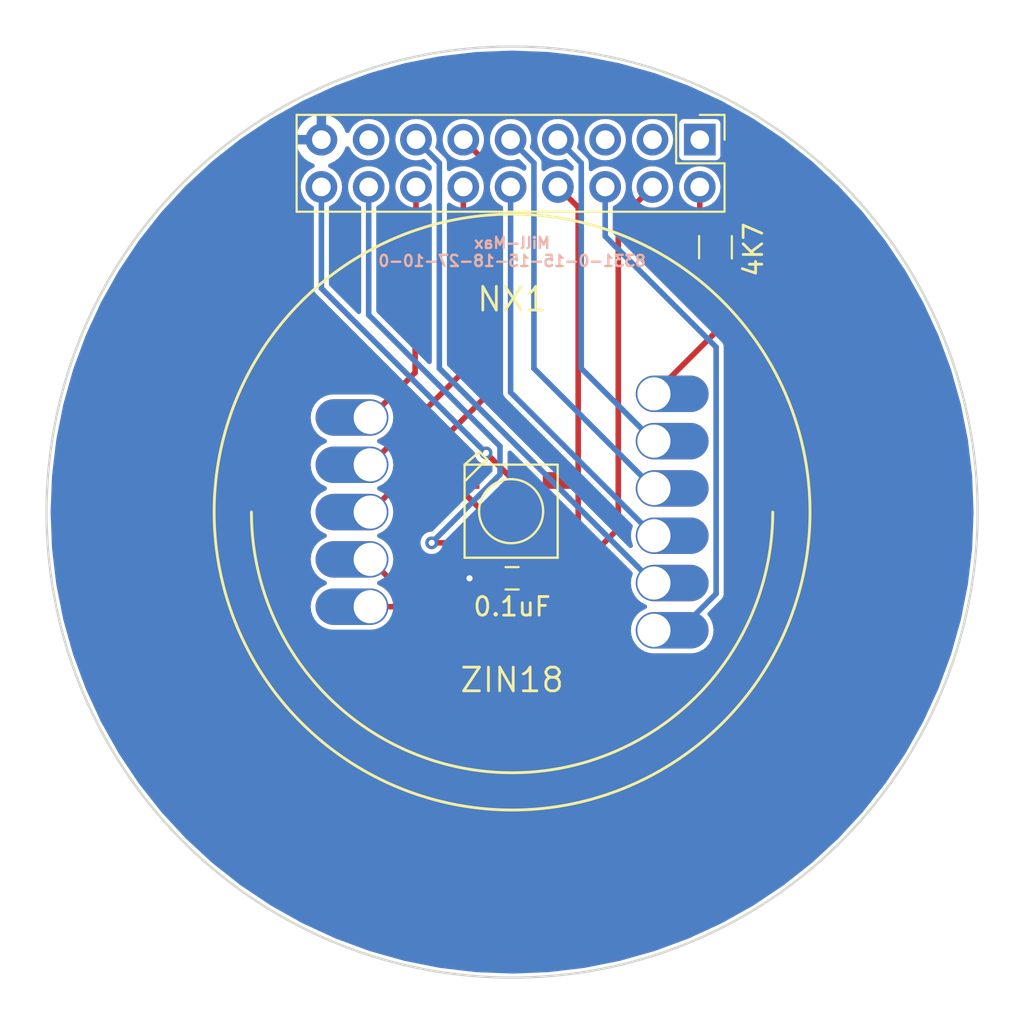
<source format=kicad_pcb>
(kicad_pcb (version 20171130) (host pcbnew "(5.0.2)-1")

  (general
    (thickness 1.6002)
    (drawings 3)
    (tracks 59)
    (zones 0)
    (modules 6)
    (nets 21)
  )

  (page A4)
  (layers
    (0 F.Cu signal)
    (31 B.Cu signal)
    (34 B.Paste user)
    (35 F.Paste user)
    (36 B.SilkS user)
    (37 F.SilkS user)
    (38 B.Mask user)
    (39 F.Mask user)
    (44 Edge.Cuts user)
  )

  (setup
    (last_trace_width 0.3)
    (user_trace_width 0.1524)
    (user_trace_width 0.2)
    (user_trace_width 0.25)
    (user_trace_width 0.3)
    (user_trace_width 0.4)
    (user_trace_width 0.5)
    (user_trace_width 0.6)
    (user_trace_width 0.8)
    (trace_clearance 0.254)
    (zone_clearance 0.1524)
    (zone_45_only no)
    (trace_min 0.1524)
    (segment_width 0.127)
    (edge_width 0.127)
    (via_size 0.6858)
    (via_drill 0.3302)
    (via_min_size 0.6858)
    (via_min_drill 0.3302)
    (uvia_size 0.508)
    (uvia_drill 0.127)
    (uvias_allowed no)
    (uvia_min_size 0.508)
    (uvia_min_drill 0.127)
    (pcb_text_width 0.127)
    (pcb_text_size 0.6 0.6)
    (mod_edge_width 0.127)
    (mod_text_size 0.6 0.6)
    (mod_text_width 0.127)
    (pad_size 1.524 1.524)
    (pad_drill 0.762)
    (pad_to_mask_clearance 0.05)
    (solder_mask_min_width 0.25)
    (pad_to_paste_clearance -0.04)
    (aux_axis_origin 0 0)
    (grid_origin 148.59 105.41)
    (visible_elements 7FFFFF7F)
    (pcbplotparams
      (layerselection 0x3ffff_80000001)
      (usegerberextensions true)
      (usegerberattributes true)
      (usegerberadvancedattributes false)
      (creategerberjobfile false)
      (excludeedgelayer true)
      (linewidth 0.127000)
      (plotframeref false)
      (viasonmask false)
      (mode 1)
      (useauxorigin false)
      (hpglpennumber 1)
      (hpglpenspeed 20)
      (hpglpendiameter 15.000000)
      (psnegative false)
      (psa4output false)
      (plotreference true)
      (plotvalue true)
      (plotinvisibletext false)
      (padsonsilk false)
      (subtractmaskfromsilk false)
      (outputformat 1)
      (mirror false)
      (drillshape 0)
      (scaleselection 1)
      (outputdirectory "CAM/"))
  )

  (net 0 "")
  (net 1 GND)
  (net 2 +5V)
  (net 3 "Net-(J1-Pad1)")
  (net 4 /Anode)
  (net 5 "Net-(J1-Pad3)")
  (net 6 /HV6)
  (net 7 "Net-(J1-Pad5)")
  (net 8 /HV5)
  (net 9 /HV10)
  (net 10 /HV4)
  (net 11 /HV9)
  (net 12 /HV3)
  (net 13 /HV8)
  (net 14 /HV2)
  (net 15 /HV7)
  (net 16 /HV1)
  (net 17 "Net-(J1-Pad15)")
  (net 18 /Din)
  (net 19 "Net-(LED1-Pad2-DO)")
  (net 20 "Net-(NX1-PadA)")

  (net_class Default "Imperial - this is the standard class"
    (clearance 0.254)
    (trace_width 0.254)
    (via_dia 0.6858)
    (via_drill 0.3302)
    (uvia_dia 0.508)
    (uvia_drill 0.127)
    (add_net +5V)
    (add_net /Anode)
    (add_net /Din)
    (add_net /HV1)
    (add_net /HV10)
    (add_net /HV2)
    (add_net /HV3)
    (add_net /HV4)
    (add_net /HV5)
    (add_net /HV6)
    (add_net /HV7)
    (add_net /HV8)
    (add_net /HV9)
    (add_net GND)
    (add_net "Net-(J1-Pad1)")
    (add_net "Net-(J1-Pad15)")
    (add_net "Net-(J1-Pad3)")
    (add_net "Net-(J1-Pad5)")
    (add_net "Net-(LED1-Pad2-DO)")
    (add_net "Net-(NX1-PadA)")
  )

  (net_class 0.2mm ""
    (clearance 0.2)
    (trace_width 0.2)
    (via_dia 0.6858)
    (via_drill 0.3302)
    (uvia_dia 0.508)
    (uvia_drill 0.127)
  )

  (net_class Minimal ""
    (clearance 0.1524)
    (trace_width 0.1524)
    (via_dia 0.6858)
    (via_drill 0.3302)
    (uvia_dia 0.508)
    (uvia_drill 0.127)
  )

  (module mynixies:mynixies-ZIN18 (layer F.Cu) (tedit 200000) (tstamp 5CEC9C39)
    (at 148.59 105.41)
    (path /5CEC99A2)
    (attr virtual)
    (fp_text reference NX1 (at 0 -11.43) (layer F.SilkS)
      (effects (font (size 1.27 1.27) (thickness 0.15)))
    )
    (fp_text value ZIN18 (at 0 9.017) (layer F.SilkS)
      (effects (font (size 1.27 1.27) (thickness 0.15)))
    )
    (fp_arc (start 0 0) (end 13.99794 0) (angle 180) (layer F.SilkS) (width 0.1524))
    (fp_circle (center 0 0) (end 0 -15.99946) (layer F.SilkS) (width 0.1524))
    (pad A thru_hole oval (at 7.62 -6.35 90) (size 1.9558 3.9116) (drill 1.778 (offset 0 0.9779)) (layers *.Cu *.Mask)
      (net 20 "Net-(NX1-PadA)"))
    (pad 9 thru_hole oval (at 7.62 -1.27 90) (size 1.9558 3.9116) (drill 1.778 (offset 0 0.9779)) (layers *.Cu *.Mask)
      (net 11 /HV9))
    (pad 8 thru_hole oval (at -7.62 0 270) (size 1.9558 3.9116) (drill 1.778 (offset 0 0.9779)) (layers *.Cu *.Mask)
      (net 13 /HV8))
    (pad 7 thru_hole oval (at 7.62 3.81 90) (size 1.9558 3.9116) (drill 1.778 (offset 0 0.9779)) (layers *.Cu *.Mask)
      (net 15 /HV7))
    (pad 6 thru_hole oval (at -7.62 5.08 270) (size 1.9558 3.9116) (drill 1.778 (offset 0 0.9779)) (layers *.Cu *.Mask)
      (net 6 /HV6))
    (pad 5 thru_hole oval (at 7.62 6.35 90) (size 1.9558 3.9116) (drill 1.778 (offset 0 0.9779)) (layers *.Cu *.Mask)
      (net 8 /HV5))
    (pad 4 thru_hole oval (at -7.62 2.54 270) (size 1.9558 3.9116) (drill 1.778 (offset 0 0.9779)) (layers *.Cu *.Mask)
      (net 10 /HV4))
    (pad 3 thru_hole oval (at 7.62 1.27 90) (size 1.9558 3.9116) (drill 1.778 (offset 0 0.9779)) (layers *.Cu *.Mask)
      (net 12 /HV3))
    (pad 2 thru_hole oval (at -7.62 -2.54 270) (size 1.9558 3.9116) (drill 1.778 (offset 0 0.9779)) (layers *.Cu *.Mask)
      (net 14 /HV2))
    (pad 1 thru_hole oval (at -7.62 -5.08 270) (size 1.9558 3.9116) (drill 1.778 (offset 0 0.9779)) (layers *.Cu *.Mask)
      (net 16 /HV1))
    (pad 0 thru_hole oval (at 7.62 -3.81 90) (size 1.9558 3.9116) (drill 1.778 (offset 0 0.9779)) (layers *.Cu *.Mask)
      (net 9 /HV10))
  )

  (module Capacitors_SMD:C_0603 (layer F.Cu) (tedit 5AAD8B4D) (tstamp 5AAD873A)
    (at 148.59 108.966 180)
    (descr "Capacitor SMD 0603, reflow soldering, AVX (see smccp.pdf)")
    (tags "capacitor 0603")
    (path /5AAD7BB6)
    (attr smd)
    (fp_text reference C1 (at 0 -1.5 180) (layer F.SilkS) hide
      (effects (font (size 1 1) (thickness 0.15)))
    )
    (fp_text value 0.1uF (at 0 -1.524 180) (layer F.SilkS)
      (effects (font (size 1 1) (thickness 0.15)))
    )
    (fp_line (start 1.4 0.65) (end -1.4 0.65) (layer F.CrtYd) (width 0.05))
    (fp_line (start 1.4 0.65) (end 1.4 -0.65) (layer F.CrtYd) (width 0.05))
    (fp_line (start -1.4 -0.65) (end -1.4 0.65) (layer F.CrtYd) (width 0.05))
    (fp_line (start -1.4 -0.65) (end 1.4 -0.65) (layer F.CrtYd) (width 0.05))
    (fp_line (start 0.35 0.6) (end -0.35 0.6) (layer F.SilkS) (width 0.12))
    (fp_line (start -0.35 -0.6) (end 0.35 -0.6) (layer F.SilkS) (width 0.12))
    (fp_line (start -0.8 -0.4) (end 0.8 -0.4) (layer F.Fab) (width 0.1))
    (fp_line (start 0.8 -0.4) (end 0.8 0.4) (layer F.Fab) (width 0.1))
    (fp_line (start 0.8 0.4) (end -0.8 0.4) (layer F.Fab) (width 0.1))
    (fp_line (start -0.8 0.4) (end -0.8 -0.4) (layer F.Fab) (width 0.1))
    (fp_text user %R (at 0 0 180) (layer F.Fab)
      (effects (font (size 0.3 0.3) (thickness 0.075)))
    )
    (pad 2 smd rect (at 0.75 0 180) (size 0.8 0.75) (layers F.Cu F.Paste F.Mask)
      (net 1 GND))
    (pad 1 smd rect (at -0.75 0 180) (size 0.8 0.75) (layers F.Cu F.Paste F.Mask)
      (net 2 +5V))
    (model Capacitors_SMD.3dshapes/C_0603.wrl
      (at (xyz 0 0 0))
      (scale (xyz 1 1 1))
      (rotate (xyz 0 0 0))
    )
  )

  (module Pin_Headers:Pin_Header_Straight_2x09_Pitch2.54mm (layer F.Cu) (tedit 5AAD8B8E) (tstamp 5CEC9BA7)
    (at 158.67 85.41 270)
    (descr "Through hole straight pin header, 2x09, 2.54mm pitch, double rows")
    (tags "Through hole pin header THT 2x09 2.54mm double row")
    (path /5AAD77F8)
    (fp_text reference J1 (at 1.27 -2.33 270) (layer F.SilkS) hide
      (effects (font (size 1 1) (thickness 0.15)))
    )
    (fp_text value Nixie (at 1.27 22.65 270) (layer F.Fab)
      (effects (font (size 1 1) (thickness 0.15)))
    )
    (fp_line (start 0 -1.27) (end 3.81 -1.27) (layer F.Fab) (width 0.1))
    (fp_line (start 3.81 -1.27) (end 3.81 21.59) (layer F.Fab) (width 0.1))
    (fp_line (start 3.81 21.59) (end -1.27 21.59) (layer F.Fab) (width 0.1))
    (fp_line (start -1.27 21.59) (end -1.27 0) (layer F.Fab) (width 0.1))
    (fp_line (start -1.27 0) (end 0 -1.27) (layer F.Fab) (width 0.1))
    (fp_line (start -1.33 21.65) (end 3.87 21.65) (layer F.SilkS) (width 0.12))
    (fp_line (start -1.33 1.27) (end -1.33 21.65) (layer F.SilkS) (width 0.12))
    (fp_line (start 3.87 -1.33) (end 3.87 21.65) (layer F.SilkS) (width 0.12))
    (fp_line (start -1.33 1.27) (end 1.27 1.27) (layer F.SilkS) (width 0.12))
    (fp_line (start 1.27 1.27) (end 1.27 -1.33) (layer F.SilkS) (width 0.12))
    (fp_line (start 1.27 -1.33) (end 3.87 -1.33) (layer F.SilkS) (width 0.12))
    (fp_line (start -1.33 0) (end -1.33 -1.33) (layer F.SilkS) (width 0.12))
    (fp_line (start -1.33 -1.33) (end 0 -1.33) (layer F.SilkS) (width 0.12))
    (fp_line (start -1.8 -1.8) (end -1.8 22.1) (layer F.CrtYd) (width 0.05))
    (fp_line (start -1.8 22.1) (end 4.35 22.1) (layer F.CrtYd) (width 0.05))
    (fp_line (start 4.35 22.1) (end 4.35 -1.8) (layer F.CrtYd) (width 0.05))
    (fp_line (start 4.35 -1.8) (end -1.8 -1.8) (layer F.CrtYd) (width 0.05))
    (fp_text user %R (at 1.27 10.16) (layer F.Fab)
      (effects (font (size 1 1) (thickness 0.15)))
    )
    (pad 1 thru_hole rect (at 0 0 270) (size 1.7 1.7) (drill 1) (layers *.Cu *.Mask)
      (net 3 "Net-(J1-Pad1)"))
    (pad 2 thru_hole oval (at 2.54 0 270) (size 1.7 1.7) (drill 1) (layers *.Cu *.Mask)
      (net 4 /Anode))
    (pad 3 thru_hole oval (at 0 2.54 270) (size 1.7 1.7) (drill 1) (layers *.Cu *.Mask)
      (net 5 "Net-(J1-Pad3)"))
    (pad 4 thru_hole oval (at 2.54 2.54 270) (size 1.7 1.7) (drill 1) (layers *.Cu *.Mask)
      (net 6 /HV6))
    (pad 5 thru_hole oval (at 0 5.08 270) (size 1.7 1.7) (drill 1) (layers *.Cu *.Mask)
      (net 7 "Net-(J1-Pad5)"))
    (pad 6 thru_hole oval (at 2.54 5.08 270) (size 1.7 1.7) (drill 1) (layers *.Cu *.Mask)
      (net 8 /HV5))
    (pad 7 thru_hole oval (at 0 7.62 270) (size 1.7 1.7) (drill 1) (layers *.Cu *.Mask)
      (net 9 /HV10))
    (pad 8 thru_hole oval (at 2.54 7.62 270) (size 1.7 1.7) (drill 1) (layers *.Cu *.Mask)
      (net 10 /HV4))
    (pad 9 thru_hole oval (at 0 10.16 270) (size 1.7 1.7) (drill 1) (layers *.Cu *.Mask)
      (net 11 /HV9))
    (pad 10 thru_hole oval (at 2.54 10.16 270) (size 1.7 1.7) (drill 1) (layers *.Cu *.Mask)
      (net 12 /HV3))
    (pad 11 thru_hole oval (at 0 12.7 270) (size 1.7 1.7) (drill 1) (layers *.Cu *.Mask)
      (net 13 /HV8))
    (pad 12 thru_hole oval (at 2.54 12.7 270) (size 1.7 1.7) (drill 1) (layers *.Cu *.Mask)
      (net 14 /HV2))
    (pad 13 thru_hole oval (at 0 15.24 270) (size 1.7 1.7) (drill 1) (layers *.Cu *.Mask)
      (net 15 /HV7))
    (pad 14 thru_hole oval (at 2.54 15.24 270) (size 1.7 1.7) (drill 1) (layers *.Cu *.Mask)
      (net 16 /HV1))
    (pad 15 thru_hole oval (at 0 17.78 270) (size 1.7 1.7) (drill 1) (layers *.Cu *.Mask)
      (net 17 "Net-(J1-Pad15)"))
    (pad 16 thru_hole oval (at 2.54 17.78 270) (size 1.7 1.7) (drill 1) (layers *.Cu *.Mask)
      (net 18 /Din))
    (pad 17 thru_hole oval (at 0 20.32 270) (size 1.7 1.7) (drill 1) (layers *.Cu *.Mask)
      (net 1 GND))
    (pad 18 thru_hole oval (at 2.54 20.32 270) (size 1.7 1.7) (drill 1) (layers *.Cu *.Mask)
      (net 2 +5V))
    (model ${KISYS3DMOD}/Pin_Headers.3dshapes/Pin_Header_Straight_2x09_Pitch2.54mm.wrl
      (at (xyz 0 0 0))
      (scale (xyz 1 1 1))
      (rotate (xyz 0 0 0))
    )
  )

  (module adafruit:adafruit-WS2812B (layer F.Cu) (tedit 5CEC9D39) (tstamp 5AAD8775)
    (at 148.53856 105.36154)
    (path /5AAD7B4A)
    (attr smd)
    (fp_text reference LED1 (at 3.8989 0.4445 -90) (layer F.SilkS) hide
      (effects (font (size 0.8128 0.8128) (thickness 0.0762)))
    )
    (fp_text value WS2812B5050 (at 0 0) (layer F.SilkS) hide
      (effects (font (size 1.524 1.524) (thickness 0.15)))
    )
    (fp_line (start 2.49936 2.49936) (end -2.49936 2.49936) (layer F.SilkS) (width 0.127))
    (fp_line (start -2.49936 2.49936) (end -2.49936 -1.59766) (layer F.SilkS) (width 0.127))
    (fp_line (start -2.49936 -1.59766) (end -2.49936 -2.49936) (layer F.SilkS) (width 0.127))
    (fp_line (start -2.49936 -2.49936) (end -1.59766 -2.49936) (layer F.SilkS) (width 0.127))
    (fp_line (start -1.59766 -2.49936) (end 2.49936 -2.49936) (layer F.SilkS) (width 0.127))
    (fp_line (start 2.49936 -2.49936) (end 2.49936 2.49936) (layer F.SilkS) (width 0.127))
    (fp_line (start -2.49936 -1.59766) (end -1.59766 -2.49936) (layer F.SilkS) (width 0.127))
    (fp_line (start -1.59766 -2.49936) (end -1.29794 -2.79908) (layer F.SilkS) (width 0.127))
    (fp_line (start -1.29794 -2.79908) (end -1.69926 -3.19786) (layer F.SilkS) (width 0.127))
    (fp_line (start -1.69926 -3.19786) (end -2.49936 -2.49936) (layer F.SilkS) (width 0.127))
    (fp_circle (center 0 0) (end 0 -1.71958) (layer F.SilkS) (width 0.127))
    (pad 1-VD smd rect (at 2.44856 1.64846 180) (size 1.4986 0.89916) (layers F.Cu F.Paste F.Mask)
      (net 2 +5V))
    (pad 2-DO smd rect (at 2.44856 -1.64846 180) (size 1.4986 0.89916) (layers F.Cu F.Paste F.Mask)
      (net 19 "Net-(LED1-Pad2-DO)"))
    (pad 3-GN smd rect (at -2.44856 -1.64846 180) (size 1.4986 0.89916) (layers F.Cu F.Paste F.Mask)
      (net 1 GND))
    (pad 4-DI smd rect (at -2.44856 1.64846 180) (size 1.4986 0.89916) (layers F.Cu F.Paste F.Mask)
      (net 18 /Din))
  )

  (module Resistors_SMD:R_0805 (layer F.Cu) (tedit 5AAD8BAB) (tstamp 5AAD879A)
    (at 159.512 91.186 270)
    (descr "Resistor SMD 0805, reflow soldering, Vishay (see dcrcw.pdf)")
    (tags "resistor 0805")
    (path /5AAD7A64)
    (attr smd)
    (fp_text reference R1 (at 0 -1.65 270) (layer F.SilkS) hide
      (effects (font (size 1 1) (thickness 0.15)))
    )
    (fp_text value 4K7 (at 0.127 -2.032 270) (layer F.SilkS)
      (effects (font (size 1 1) (thickness 0.15)))
    )
    (fp_text user %R (at 0 0 270) (layer F.Fab)
      (effects (font (size 0.5 0.5) (thickness 0.075)))
    )
    (fp_line (start -1 0.62) (end -1 -0.62) (layer F.Fab) (width 0.1))
    (fp_line (start 1 0.62) (end -1 0.62) (layer F.Fab) (width 0.1))
    (fp_line (start 1 -0.62) (end 1 0.62) (layer F.Fab) (width 0.1))
    (fp_line (start -1 -0.62) (end 1 -0.62) (layer F.Fab) (width 0.1))
    (fp_line (start 0.6 0.88) (end -0.6 0.88) (layer F.SilkS) (width 0.12))
    (fp_line (start -0.6 -0.88) (end 0.6 -0.88) (layer F.SilkS) (width 0.12))
    (fp_line (start -1.55 -0.9) (end 1.55 -0.9) (layer F.CrtYd) (width 0.05))
    (fp_line (start -1.55 -0.9) (end -1.55 0.9) (layer F.CrtYd) (width 0.05))
    (fp_line (start 1.55 0.9) (end 1.55 -0.9) (layer F.CrtYd) (width 0.05))
    (fp_line (start 1.55 0.9) (end -1.55 0.9) (layer F.CrtYd) (width 0.05))
    (pad 1 smd rect (at -0.95 0 270) (size 0.7 1.3) (layers F.Cu F.Paste F.Mask)
      (net 4 /Anode))
    (pad 2 smd rect (at 0.95 0 270) (size 0.7 1.3) (layers F.Cu F.Paste F.Mask)
      (net 20 "Net-(NX1-PadA)"))
    (model ${KISYS3DMOD}/Resistors_SMD.3dshapes/R_0805.wrl
      (at (xyz 0 0 0))
      (scale (xyz 1 1 1))
      (rotate (xyz 0 0 0))
    )
  )

  (module logos:mermaid_l (layer B.Cu) (tedit 0) (tstamp 5AAD8C99)
    (at 153.035 122.301 180)
    (fp_text reference G*** (at 0 0 180) (layer B.SilkS) hide
      (effects (font (size 1.524 1.524) (thickness 0.3)) (justify mirror))
    )
    (fp_text value LOGO (at 0.75 0 180) (layer B.SilkS) hide
      (effects (font (size 1.524 1.524) (thickness 0.3)) (justify mirror))
    )
    (fp_poly (pts (xy 0.016811 3.773536) (xy 0.035492 3.771585) (xy 0.039687 3.770741) (xy 0.079417 3.757244)
      (xy 0.111324 3.737775) (xy 0.124832 3.725513) (xy 0.142677 3.704599) (xy 0.153161 3.684612)
      (xy 0.15793 3.661447) (xy 0.15875 3.64097) (xy 0.158058 3.61993) (xy 0.155124 3.604749)
      (xy 0.148654 3.590748) (xy 0.141938 3.580059) (xy 0.122141 3.557766) (xy 0.098998 3.544256)
      (xy 0.074141 3.539962) (xy 0.049199 3.545313) (xy 0.036501 3.55221) (xy 0.025568 3.560763)
      (xy 0.019906 3.570026) (xy 0.017449 3.584153) (xy 0.016932 3.59157) (xy 0.016648 3.608477)
      (xy 0.018904 3.618133) (xy 0.024587 3.623743) (xy 0.026084 3.624592) (xy 0.039465 3.627784)
      (xy 0.050441 3.626922) (xy 0.059967 3.622881) (xy 0.061919 3.615123) (xy 0.060823 3.608777)
      (xy 0.060289 3.596153) (xy 0.064906 3.590901) (xy 0.073078 3.592235) (xy 0.083211 3.599369)
      (xy 0.093713 3.61152) (xy 0.102989 3.6279) (xy 0.103896 3.629997) (xy 0.108418 3.643365)
      (xy 0.108287 3.6547) (xy 0.103467 3.669685) (xy 0.087643 3.698859) (xy 0.064252 3.721926)
      (xy 0.050164 3.731216) (xy 0.036916 3.737802) (xy 0.022748 3.741623) (xy 0.004134 3.743365)
      (xy -0.014288 3.743716) (xy -0.040147 3.742911) (xy -0.057394 3.740394) (xy -0.064294 3.73724)
      (xy -0.073648 3.731439) (xy -0.077728 3.730626) (xy -0.088165 3.726605) (xy -0.102163 3.716065)
      (xy -0.117406 3.701291) (xy -0.131579 3.684564) (xy -0.142367 3.668169) (xy -0.143717 3.665542)
      (xy -0.151883 3.648712) (xy -0.159332 3.633251) (xy -0.163088 3.620111) (xy -0.165384 3.598867)
      (xy -0.16631 3.568514) (xy -0.166318 3.553876) (xy -0.166026 3.5265) (xy -0.165145 3.506715)
      (xy -0.163111 3.491529) (xy -0.159359 3.477949) (xy -0.153324 3.462983) (xy -0.14625 3.447521)
      (xy -0.121753 3.405235) (xy -0.0903 3.36927) (xy -0.051325 3.33924) (xy -0.004264 3.314759)
      (xy 0.051447 3.295441) (xy 0.089958 3.28602) (xy 0.119366 3.282227) (xy 0.156195 3.281263)
      (xy 0.197719 3.282946) (xy 0.241212 3.28709) (xy 0.283951 3.293513) (xy 0.321687 3.301638)
      (xy 0.342155 3.307861) (xy 0.360849 3.315263) (xy 0.376278 3.322945) (xy 0.386953 3.330006)
      (xy 0.391385 3.335547) (xy 0.388082 3.338667) (xy 0.383597 3.339042) (xy 0.373649 3.342219)
      (xy 0.357833 3.350734) (xy 0.338335 3.36306) (xy 0.317344 3.377673) (xy 0.297047 3.393046)
      (xy 0.279632 3.407655) (xy 0.267286 3.419973) (xy 0.26692 3.420407) (xy 0.246827 3.446164)
      (xy 0.232225 3.469838) (xy 0.221889 3.494463) (xy 0.214597 3.523071) (xy 0.209127 3.558694)
      (xy 0.208269 3.565849) (xy 0.208225 3.599519) (xy 0.214696 3.635439) (xy 0.226608 3.670269)
      (xy 0.242885 3.700666) (xy 0.257355 3.718587) (xy 0.284712 3.739246) (xy 0.316451 3.752322)
      (xy 0.350326 3.757709) (xy 0.384089 3.755304) (xy 0.415495 3.745003) (xy 0.441854 3.727116)
      (xy 0.456743 3.708989) (xy 0.464158 3.687733) (xy 0.465666 3.667574) (xy 0.46447 3.649678)
      (xy 0.459418 3.636679) (xy 0.44831 3.623019) (xy 0.447843 3.622523) (xy 0.432662 3.60928)
      (xy 0.418526 3.60395) (xy 0.413448 3.603625) (xy 0.394908 3.608269) (xy 0.381565 3.620647)
      (xy 0.375782 3.638431) (xy 0.375708 3.640833) (xy 0.378805 3.655072) (xy 0.386689 3.660815)
      (xy 0.397247 3.657238) (xy 0.40302 3.65151) (xy 0.411119 3.643576) (xy 0.417703 3.64383)
      (xy 0.420717 3.645984) (xy 0.426691 3.656909) (xy 0.428309 3.673525) (xy 0.425542 3.691863)
      (xy 0.421138 3.703294) (xy 0.410709 3.716673) (xy 0.399156 3.725521) (xy 0.381042 3.731036)
      (xy 0.358057 3.732598) (xy 0.335132 3.730244) (xy 0.318905 3.724949) (xy 0.298369 3.711409)
      (xy 0.278961 3.693672) (xy 0.264484 3.675356) (xy 0.26187 3.670693) (xy 0.258107 3.658302)
      (xy 0.255508 3.640465) (xy 0.254155 3.620218) (xy 0.254128 3.6006) (xy 0.25551 3.584648)
      (xy 0.258381 3.5754) (xy 0.259291 3.574521) (xy 0.263387 3.567227) (xy 0.264583 3.558334)
      (xy 0.266434 3.54854) (xy 0.269875 3.545417) (xy 0.274956 3.541344) (xy 0.275166 3.539772)
      (xy 0.278369 3.532005) (xy 0.286651 3.519125) (xy 0.298022 3.503894) (xy 0.310492 3.489074)
      (xy 0.315691 3.483521) (xy 0.332808 3.469181) (xy 0.356966 3.453086) (xy 0.385192 3.436898)
      (xy 0.41451 3.422278) (xy 0.441945 3.410886) (xy 0.451563 3.407656) (xy 0.513508 3.39253)
      (xy 0.572008 3.386659) (xy 0.6285 3.390216) (xy 0.684423 3.403376) (xy 0.741216 3.42631)
      (xy 0.78052 3.447259) (xy 0.817352 3.46804) (xy 0.848125 3.483558) (xy 0.875501 3.494552)
      (xy 0.902139 3.501759) (xy 0.9307 3.505917) (xy 0.963843 3.507764) (xy 0.999762 3.50806)
      (xy 1.029829 3.507596) (xy 1.058475 3.506543) (xy 1.08289 3.505047) (xy 1.100268 3.50325)
      (xy 1.103312 3.502746) (xy 1.124251 3.498943) (xy 1.148566 3.494739) (xy 1.16152 3.492588)
      (xy 1.183437 3.488718) (xy 1.205109 3.484407) (xy 1.21576 3.482026) (xy 1.242534 3.475574)
      (xy 1.261268 3.470981) (xy 1.27422 3.467665) (xy 1.283649 3.465044) (xy 1.29181 3.462534)
      (xy 1.293812 3.46189) (xy 1.330054 3.447173) (xy 1.362613 3.428217) (xy 1.390124 3.406284)
      (xy 1.411222 3.382636) (xy 1.42454 3.358536) (xy 1.428749 3.337087) (xy 1.430965 3.31796)
      (xy 1.436932 3.293293) (xy 1.445634 3.266996) (xy 1.4496 3.257021) (xy 1.460028 3.223921)
      (xy 1.465344 3.188889) (xy 1.465701 3.173183) (xy 1.465206 3.152449) (xy 1.465622 3.140318)
      (xy 1.467505 3.134815) (xy 1.471411 3.133966) (xy 1.476375 3.135313) (xy 1.485246 3.136563)
      (xy 1.485546 3.132317) (xy 1.477379 3.123141) (xy 1.473497 3.119686) (xy 1.464568 3.110292)
      (xy 1.463129 3.101507) (xy 1.465406 3.093994) (xy 1.472998 3.082438) (xy 1.485846 3.06985)
      (xy 1.491895 3.065257) (xy 1.507592 3.051442) (xy 1.513053 3.038041) (xy 1.508312 3.023896)
      (xy 1.493572 3.007997) (xy 1.481954 2.996879) (xy 1.477871 2.989625) (xy 1.480148 2.984092)
      (xy 1.480343 2.983889) (xy 1.48489 2.973373) (xy 1.486712 2.956585) (xy 1.485771 2.93749)
      (xy 1.482027 2.920051) (xy 1.481007 2.917281) (xy 1.468042 2.883178) (xy 1.459777 2.85676)
      (xy 1.455764 2.836468) (xy 1.455208 2.827306) (xy 1.451635 2.812089) (xy 1.440656 2.801224)
      (xy 1.433744 2.797314) (xy 1.425278 2.794661) (xy 1.41333 2.793085) (xy 1.395971 2.79241)
      (xy 1.371273 2.792457) (xy 1.349375 2.792809) (xy 1.31873 2.793255) (xy 1.296659 2.793112)
      (xy 1.281157 2.792186) (xy 1.270221 2.790279) (xy 1.261849 2.787196) (xy 1.255447 2.783626)
      (xy 1.244268 2.774775) (xy 1.238474 2.766405) (xy 1.23825 2.764974) (xy 1.235863 2.757876)
      (xy 1.233805 2.756959) (xy 1.229201 2.752098) (xy 1.223916 2.739092) (xy 1.218503 2.720308)
      (xy 1.213515 2.698112) (xy 1.209506 2.674871) (xy 1.207028 2.652951) (xy 1.2065 2.640132)
      (xy 1.207874 2.614203) (xy 1.211589 2.582523) (xy 1.217032 2.549504) (xy 1.222776 2.522803)
      (xy 1.235661 2.473043) (xy 1.247332 2.433315) (xy 1.257929 2.403156) (xy 1.259293 2.399771)
      (xy 1.264013 2.387513) (xy 1.269636 2.371955) (xy 1.270086 2.370667) (xy 1.278721 2.347809)
      (xy 1.289907 2.322021) (xy 1.304888 2.290463) (xy 1.308378 2.283355) (xy 1.317963 2.259043)
      (xy 1.323702 2.234224) (xy 1.325348 2.211548) (xy 1.322652 2.19366) (xy 1.317561 2.184909)
      (xy 1.307186 2.176016) (xy 1.292853 2.165074) (xy 1.277255 2.153968) (xy 1.263087 2.144581)
      (xy 1.253044 2.138797) (xy 1.250232 2.137834) (xy 1.242386 2.13401) (xy 1.231208 2.124466)
      (xy 1.219519 2.11209) (xy 1.21014 2.099773) (xy 1.206613 2.093154) (xy 1.204218 2.073293)
      (xy 1.210459 2.048342) (xy 1.211685 2.04523) (xy 1.220793 2.023791) (xy 1.23213 1.998543)
      (xy 1.244765 1.971403) (xy 1.257766 1.944284) (xy 1.270202 1.9191) (xy 1.281142 1.897767)
      (xy 1.289653 1.882198) (xy 1.294804 1.874308) (xy 1.294911 1.874195) (xy 1.300737 1.866426)
      (xy 1.30175 1.863411) (xy 1.305702 1.855954) (xy 1.316422 1.843726) (xy 1.332206 1.828296)
      (xy 1.351351 1.811235) (xy 1.372151 1.794113) (xy 1.392903 1.778501) (xy 1.397 1.775628)
      (xy 1.412481 1.764474) (xy 1.432822 1.749179) (xy 1.456251 1.731147) (xy 1.480994 1.711783)
      (xy 1.505277 1.692489) (xy 1.527327 1.674669) (xy 1.54537 1.659728) (xy 1.557633 1.649068)
      (xy 1.561041 1.645785) (xy 1.566531 1.641261) (xy 1.577559 1.632846) (xy 1.584854 1.62743)
      (xy 1.599074 1.616479) (xy 1.610642 1.606732) (xy 1.613958 1.603563) (xy 1.621166 1.597319)
      (xy 1.63503 1.586326) (xy 1.653625 1.57203) (xy 1.675029 1.555881) (xy 1.697317 1.539326)
      (xy 1.718566 1.523814) (xy 1.736854 1.510793) (xy 1.740958 1.507944) (xy 1.75542 1.497422)
      (xy 1.767734 1.487559) (xy 1.769672 1.48584) (xy 1.781335 1.477351) (xy 1.789516 1.473434)
      (xy 1.797549 1.469117) (xy 1.799166 1.466423) (xy 1.803588 1.462135) (xy 1.814535 1.456503)
      (xy 1.817687 1.455209) (xy 1.829662 1.449593) (xy 1.835937 1.444862) (xy 1.836208 1.4441)
      (xy 1.840779 1.440501) (xy 1.852852 1.434525) (xy 1.869967 1.42737) (xy 1.872824 1.426267)
      (xy 1.88894 1.420424) (xy 1.902804 1.416562) (xy 1.917198 1.414357) (xy 1.934907 1.413483)
      (xy 1.958714 1.413615) (xy 1.977334 1.414048) (xy 2.011477 1.415666) (xy 2.050591 1.418652)
      (xy 2.089221 1.422539) (xy 2.114726 1.425785) (xy 2.14488 1.42989) (xy 2.16751 1.432256)
      (xy 2.18552 1.432964) (xy 2.201812 1.432095) (xy 2.219288 1.429731) (xy 2.224528 1.428856)
      (xy 2.245404 1.424861) (xy 2.257747 1.421152) (xy 2.263552 1.416902) (xy 2.264833 1.412127)
      (xy 2.263508 1.406717) (xy 2.257986 1.403732) (xy 2.245944 1.402491) (xy 2.231409 1.402292)
      (xy 2.207764 1.401303) (xy 2.182238 1.398663) (xy 2.158033 1.394866) (xy 2.138355 1.390404)
      (xy 2.12725 1.386276) (xy 2.123304 1.383434) (xy 2.123829 1.381057) (xy 2.130164 1.378752)
      (xy 2.143652 1.376125) (xy 2.165634 1.37278) (xy 2.180166 1.370725) (xy 2.208747 1.366286)
      (xy 2.230983 1.361492) (xy 2.251087 1.355226) (xy 2.27327 1.34637) (xy 2.275416 1.345449)
      (xy 2.291879 1.337058) (xy 2.307873 1.326809) (xy 2.32072 1.316668) (xy 2.327745 1.308602)
      (xy 2.328333 1.306591) (xy 2.323743 1.304335) (xy 2.312281 1.304011) (xy 2.297402 1.305252)
      (xy 2.282566 1.307694) (xy 2.271229 1.31097) (xy 2.267743 1.312991) (xy 2.258675 1.31683)
      (xy 2.251604 1.317626) (xy 2.239817 1.320172) (xy 2.234786 1.323331) (xy 2.225761 1.326846)
      (xy 2.213884 1.326984) (xy 2.204136 1.325219) (xy 2.204029 1.323129) (xy 2.20927 1.320799)
      (xy 2.23606 1.310129) (xy 2.25511 1.301894) (xy 2.268643 1.294964) (xy 2.278885 1.288209)
      (xy 2.287322 1.281169) (xy 2.296853 1.2715) (xy 2.301715 1.264499) (xy 2.301875 1.263719)
      (xy 2.297454 1.259587) (xy 2.285098 1.260225) (xy 2.266162 1.265338) (xy 2.242005 1.274631)
      (xy 2.232778 1.27872) (xy 2.210862 1.287938) (xy 2.195226 1.292907) (xy 2.186673 1.293593)
      (xy 2.186011 1.289959) (xy 2.194044 1.28197) (xy 2.19612 1.28034) (xy 2.207237 1.273141)
      (xy 2.215319 1.270118) (xy 2.221801 1.265714) (xy 2.226876 1.256324) (xy 2.227791 1.251047)
      (xy 2.223516 1.248302) (xy 2.212505 1.249392) (xy 2.197482 1.253408) (xy 2.181171 1.259436)
      (xy 2.166296 1.266566) (xy 2.15558 1.273887) (xy 2.153708 1.275833) (xy 2.146702 1.280288)
      (xy 2.132687 1.286789) (xy 2.114695 1.294037) (xy 2.095756 1.300732) (xy 2.095124 1.300937)
      (xy 2.07869 1.304461) (xy 2.057774 1.306667) (xy 2.046312 1.307042) (xy 2.028903 1.306558)
      (xy 2.018807 1.304253) (xy 2.012768 1.298853) (xy 2.009183 1.29249) (xy 2.005287 1.278785)
      (xy 2.008579 1.265874) (xy 2.019902 1.252443) (xy 2.040101 1.237179) (xy 2.048014 1.232048)
      (xy 2.069352 1.218173) (xy 2.083328 1.207722) (xy 2.091758 1.198848) (xy 2.096459 1.189706)
      (xy 2.098878 1.180349) (xy 2.099775 1.168122) (xy 2.095521 1.163627) (xy 2.094838 1.16354)
      (xy 2.077123 1.165005) (xy 2.064663 1.173081) (xy 2.054291 1.180457) (xy 2.036679 1.190046)
      (xy 2.014573 1.20055) (xy 1.990717 1.210671) (xy 1.967857 1.219114) (xy 1.965854 1.219776)
      (xy 1.928101 1.233609) (xy 1.898307 1.248381) (xy 1.87387 1.26573) (xy 1.852189 1.287294)
      (xy 1.844908 1.29597) (xy 1.82922 1.314316) (xy 1.813605 1.330793) (xy 1.80082 1.342542)
      (xy 1.797992 1.344686) (xy 1.786309 1.353213) (xy 1.778836 1.359346) (xy 1.778 1.360236)
      (xy 1.771224 1.365606) (xy 1.75693 1.374794) (xy 1.736985 1.386729) (xy 1.713259 1.400343)
      (xy 1.687619 1.414565) (xy 1.661936 1.428326) (xy 1.638076 1.440557) (xy 1.635125 1.442019)
      (xy 1.587553 1.46584) (xy 1.546283 1.487396) (xy 1.507857 1.50852) (xy 1.481666 1.52353)
      (xy 1.464862 1.532936) (xy 1.450648 1.540248) (xy 1.443302 1.543429) (xy 1.435482 1.548118)
      (xy 1.434041 1.551076) (xy 1.429946 1.555562) (xy 1.42835 1.55575) (xy 1.421455 1.558368)
      (xy 1.407463 1.565519) (xy 1.388265 1.576151) (xy 1.365753 1.589212) (xy 1.341819 1.60365)
      (xy 1.338081 1.605957) (xy 1.328838 1.611626) (xy 1.314356 1.620452) (xy 1.303686 1.626934)
      (xy 1.289183 1.635949) (xy 1.278713 1.64286) (xy 1.275291 1.645485) (xy 1.269816 1.650117)
      (xy 1.258818 1.65865) (xy 1.251479 1.66417) (xy 1.234056 1.677274) (xy 1.220686 1.687881)
      (xy 1.208649 1.698391) (xy 1.195222 1.711206) (xy 1.177684 1.728725) (xy 1.173427 1.733021)
      (xy 1.154691 1.753203) (xy 1.136473 1.774958) (xy 1.121826 1.794574) (xy 1.117957 1.80049)
      (xy 1.107458 1.815879) (xy 1.098096 1.826821) (xy 1.091977 1.830917) (xy 1.085418 1.828569)
      (xy 1.084785 1.826948) (xy 1.081627 1.820717) (xy 1.073818 1.810294) (xy 1.071556 1.807605)
      (xy 1.063024 1.796859) (xy 1.058535 1.789598) (xy 1.058333 1.788759) (xy 1.055116 1.78268)
      (xy 1.048847 1.77503) (xy 1.038358 1.760344) (xy 1.026121 1.737991) (xy 1.013216 1.710506)
      (xy 1.00072 1.680421) (xy 0.989714 1.650268) (xy 0.981275 1.622581) (xy 0.977986 1.608667)
      (xy 0.968972 1.562362) (xy 0.962328 1.523365) (xy 0.95779 1.488735) (xy 0.955093 1.45553)
      (xy 0.953972 1.420809) (xy 0.954162 1.38163) (xy 0.954874 1.352021) (xy 0.955956 1.318336)
      (xy 0.957154 1.287144) (xy 0.958377 1.260422) (xy 0.959534 1.240144) (xy 0.960534 1.228284)
      (xy 0.960617 1.227667) (xy 0.961429 1.217554) (xy 0.962358 1.198447) (xy 0.96335 1.171939)
      (xy 0.964353 1.139617) (xy 0.96531 1.103071) (xy 0.96617 1.063891) (xy 0.966176 1.063625)
      (xy 0.966988 1.016579) (xy 0.967314 0.977779) (xy 0.967075 0.9449) (xy 0.96619 0.915612)
      (xy 0.964579 0.887587) (xy 0.962164 0.858498) (xy 0.958863 0.826017) (xy 0.95765 0.814917)
      (xy 0.951084 0.75682) (xy 0.945176 0.707679) (xy 0.939682 0.665903) (xy 0.934356 0.629902)
      (xy 0.928956 0.598088) (xy 0.923235 0.56887) (xy 0.916949 0.54066) (xy 0.912885 0.523875)
      (xy 0.906794 0.498662) (xy 0.901413 0.475129) (xy 0.897462 0.456489) (xy 0.895973 0.44834)
      (xy 0.892856 0.434708) (xy 0.889085 0.426281) (xy 0.888285 0.425538) (xy 0.884592 0.418555)
      (xy 0.883669 0.411115) (xy 0.882028 0.401383) (xy 0.877635 0.38436) (xy 0.871226 0.362746)
      (xy 0.866028 0.346605) (xy 0.857767 0.321534) (xy 0.84996 0.297435) (xy 0.843739 0.277819)
      (xy 0.841302 0.269875) (xy 0.836378 0.25453) (xy 0.832191 0.243342) (xy 0.830942 0.240771)
      (xy 0.827336 0.232696) (xy 0.822295 0.21902) (xy 0.820702 0.214313) (xy 0.81395 0.195276)
      (xy 0.806669 0.176625) (xy 0.80583 0.174625) (xy 0.798972 0.158321) (xy 0.792944 0.14374)
      (xy 0.792593 0.142875) (xy 0.786649 0.129107) (xy 0.782549 0.120458) (xy 0.778574 0.110063)
      (xy 0.777875 0.105842) (xy 0.775639 0.099184) (xy 0.769428 0.084596) (xy 0.759982 0.063622)
      (xy 0.748042 0.037806) (xy 0.734349 0.008691) (xy 0.719644 -0.022178) (xy 0.704668 -0.053257)
      (xy 0.690162 -0.083002) (xy 0.676867 -0.10987) (xy 0.665523 -0.132316) (xy 0.656873 -0.148797)
      (xy 0.651656 -0.157769) (xy 0.650888 -0.15875) (xy 0.64704 -0.164585) (xy 0.640139 -0.176579)
      (xy 0.635415 -0.185208) (xy 0.622667 -0.207639) (xy 0.605809 -0.235506) (xy 0.586295 -0.266573)
      (xy 0.565581 -0.298607) (xy 0.545121 -0.329373) (xy 0.52637 -0.356639) (xy 0.510784 -0.378168)
      (xy 0.504464 -0.386291) (xy 0.49882 -0.393433) (xy 0.48822 -0.406992) (xy 0.474188 -0.425014)
      (xy 0.458423 -0.445321) (xy 0.386268 -0.531586) (xy 0.305323 -0.615902) (xy 0.217382 -0.696433)
      (xy 0.193138 -0.716902) (xy 0.177764 -0.729736) (xy 0.165728 -0.739925) (xy 0.159212 -0.745619)
      (xy 0.15875 -0.74607) (xy 0.15364 -0.750212) (xy 0.141905 -0.75919) (xy 0.125441 -0.771566)
      (xy 0.111125 -0.782215) (xy 0.091503 -0.796811) (xy 0.074346 -0.809688) (xy 0.061903 -0.819151)
      (xy 0.057234 -0.822811) (xy 0.046348 -0.830914) (xy 0.033422 -0.839659) (xy 0.019429 -0.849492)
      (xy 0.008262 -0.85853) (xy -0.00115 -0.865562) (xy -0.006772 -0.867833) (xy -0.013177 -0.871028)
      (xy -0.024494 -0.879231) (xy -0.033185 -0.886354) (xy -0.046046 -0.896711) (xy -0.055853 -0.903433)
      (xy -0.059243 -0.904875) (xy -0.065136 -0.907527) (xy -0.076973 -0.9143) (xy -0.09191 -0.923419)
      (xy -0.107104 -0.933106) (xy -0.119711 -0.941585) (xy -0.126887 -0.947081) (xy -0.127 -0.947193)
      (xy -0.133129 -0.951521) (xy -0.142875 -0.957378) (xy -0.152011 -0.962765) (xy -0.168175 -0.972485)
      (xy -0.189376 -0.985333) (xy -0.213623 -1.000104) (xy -0.223801 -1.006326) (xy -0.247553 -1.020777)
      (xy -0.267952 -1.033032) (xy -0.283378 -1.04213) (xy -0.292207 -1.047106) (xy -0.293632 -1.04775)
      (xy -0.298902 -1.050229) (xy -0.310818 -1.056768) (xy -0.326931 -1.066017) (xy -0.328991 -1.067222)
      (xy -0.356603 -1.083148) (xy -0.386048 -1.099703) (xy -0.414493 -1.115327) (xy -0.439106 -1.128464)
      (xy -0.455084 -1.136599) (xy -0.467632 -1.14309) (xy -0.475484 -1.147821) (xy -0.47625 -1.148468)
      (xy -0.481786 -1.151903) (xy -0.494692 -1.158989) (xy -0.512891 -1.168607) (xy -0.529167 -1.177013)
      (xy -0.578322 -1.202179) (xy -0.622845 -1.225001) (xy -0.661951 -1.245075) (xy -0.694854 -1.261998)
      (xy -0.720769 -1.275365) (xy -0.73891 -1.284772) (xy -0.748492 -1.289816) (xy -0.748968 -1.290075)
      (xy -0.758048 -1.294813) (xy -0.773987 -1.302904) (xy -0.794153 -1.313017) (xy -0.80698 -1.3194)
      (xy -0.881231 -1.35675) (xy -0.94652 -1.390707) (xy -1.003734 -1.421745) (xy -1.05376 -1.450342)
      (xy -1.076855 -1.464177) (xy -1.090458 -1.471801) (xy -1.098021 -1.475597) (xy -1.105412 -1.479911)
      (xy -1.119579 -1.488876) (xy -1.138874 -1.501392) (xy -1.161647 -1.516359) (xy -1.18625 -1.532677)
      (xy -1.211035 -1.549246) (xy -1.234352 -1.564966) (xy -1.254552 -1.578737) (xy -1.269988 -1.58946)
      (xy -1.279009 -1.596033) (xy -1.280584 -1.5974) (xy -1.28583 -1.602217) (xy -1.296881 -1.611472)
      (xy -1.309688 -1.621833) (xy -1.369914 -1.675393) (xy -1.421218 -1.732685) (xy -1.463288 -1.79318)
      (xy -1.495811 -1.856346) (xy -1.518476 -1.921651) (xy -1.530971 -1.988566) (xy -1.532115 -2.00072)
      (xy -1.533533 -2.021291) (xy -1.533389 -2.03401) (xy -1.531178 -2.041555) (xy -1.526396 -2.046606)
      (xy -1.523028 -2.048937) (xy -1.508982 -2.055507) (xy -1.492365 -2.060056) (xy -1.492229 -2.060079)
      (xy -1.452691 -2.067475) (xy -1.418964 -2.075738) (xy -1.394355 -2.083271) (xy -1.372487 -2.090356)
      (xy -1.346337 -2.098616) (xy -1.322917 -2.10585) (xy -1.302468 -2.112199) (xy -1.284909 -2.117877)
      (xy -1.273608 -2.12179) (xy -1.272646 -2.122164) (xy -1.262724 -2.125949) (xy -1.246121 -2.132103)
      (xy -1.226116 -2.139411) (xy -1.222375 -2.140766) (xy -1.203039 -2.148094) (xy -1.187481 -2.154598)
      (xy -1.178496 -2.159093) (xy -1.177661 -2.159711) (xy -1.168071 -2.163984) (xy -1.164987 -2.164291)
      (xy -1.156849 -2.166561) (xy -1.141251 -2.172762) (xy -1.120145 -2.181983) (xy -1.095482 -2.193313)
      (xy -1.069213 -2.20584) (xy -1.043289 -2.218653) (xy -1.019661 -2.230841) (xy -1.002771 -2.240067)
      (xy -0.979183 -2.253619) (xy -0.954406 -2.268128) (xy -0.930964 -2.28209) (xy -0.911386 -2.293997)
      (xy -0.898196 -2.302344) (xy -0.897227 -2.302991) (xy -0.84537 -2.340492) (xy -0.792658 -2.383257)
      (xy -0.741528 -2.42907) (xy -0.694416 -2.475712) (xy -0.653759 -2.520968) (xy -0.642579 -2.534708)
      (xy -0.628634 -2.552018) (xy -0.616971 -2.565902) (xy -0.609232 -2.574434) (xy -0.607219 -2.576159)
      (xy -0.603295 -2.582213) (xy -0.60325 -2.582995) (xy -0.599953 -2.59017) (xy -0.592419 -2.599694)
      (xy -0.584795 -2.609595) (xy -0.573492 -2.626331) (xy -0.559985 -2.647494) (xy -0.545751 -2.670677)
      (xy -0.532266 -2.693472) (xy -0.521004 -2.713471) (xy -0.513442 -2.728265) (xy -0.512956 -2.729342)
      (xy -0.506925 -2.740667) (xy -0.501953 -2.746251) (xy -0.501417 -2.746375) (xy -0.497764 -2.750622)
      (xy -0.497417 -2.753524) (xy -0.495063 -2.76201) (xy -0.489037 -2.775934) (xy -0.484188 -2.785554)
      (xy -0.476676 -2.800966) (xy -0.471883 -2.81327) (xy -0.470959 -2.817651) (xy -0.468504 -2.82541)
      (xy -0.46699 -2.826631) (xy -0.463351 -2.832354) (xy -0.457475 -2.846051) (xy -0.450118 -2.865545)
      (xy -0.442034 -2.888659) (xy -0.433976 -2.913215) (xy -0.4267 -2.937036) (xy -0.420958 -2.957944)
      (xy -0.419645 -2.963333) (xy -0.414816 -2.982772) (xy -0.410227 -2.999259) (xy -0.40721 -3.008312)
      (xy -0.403349 -3.020934) (xy -0.400065 -3.036847) (xy -0.399977 -3.037416) (xy -0.397973 -3.049953)
      (xy -0.394675 -3.070065) (xy -0.390554 -3.094892) (xy -0.386442 -3.119437) (xy -0.382507 -3.145522)
      (xy -0.379552 -3.172135) (xy -0.377442 -3.20146) (xy -0.376041 -3.23568) (xy -0.375217 -3.276977)
      (xy -0.374941 -3.306237) (xy -0.374907 -3.341428) (xy -0.375253 -3.373114) (xy -0.375932 -3.399753)
      (xy -0.376895 -3.4198) (xy -0.378095 -3.431711) (xy -0.378888 -3.43429) (xy -0.385103 -3.433466)
      (xy -0.398593 -3.427213) (xy -0.41801 -3.416235) (xy -0.441209 -3.401752) (xy -0.483878 -3.374892)
      (xy -0.526415 -3.34985) (xy -0.571041 -3.325433) (xy -0.619976 -3.30045) (xy -0.67544 -3.27371)
      (xy -0.709084 -3.258031) (xy -0.744498 -3.241758) (xy -0.773275 -3.228687) (xy -0.794644 -3.21916)
      (xy -0.807839 -3.213522) (xy -0.812017 -3.212041) (xy -0.817473 -3.210007) (xy -0.830202 -3.204577)
      (xy -0.847855 -3.196764) (xy -0.855541 -3.193302) (xy -0.87586 -3.184131) (xy -0.893504 -3.176218)
      (xy -0.905456 -3.170914) (xy -0.907521 -3.170016) (xy -0.918356 -3.165316) (xy -0.934412 -3.158299)
      (xy -0.944563 -3.153846) (xy -0.976212 -3.140021) (xy -0.999364 -3.130101) (xy -1.015151 -3.123604)
      (xy -1.018646 -3.12224) (xy -1.034695 -3.115354) (xy -1.057193 -3.104752) (xy -1.083338 -3.091857)
      (xy -1.110325 -3.078089) (xy -1.135352 -3.064868) (xy -1.155614 -3.053616) (xy -1.164167 -3.048495)
      (xy -1.18064 -3.036718) (xy -1.199817 -3.020816) (xy -1.220061 -3.002427) (xy -1.239737 -2.983188)
      (xy -1.257209 -2.964736) (xy -1.27084 -2.948708) (xy -1.278994 -2.936743) (xy -1.280584 -2.931984)
      (xy -1.284494 -2.925639) (xy -1.284991 -2.925409) (xy -1.290019 -2.9202) (xy -1.298403 -2.9087)
      (xy -1.308276 -2.893826) (xy -1.317775 -2.878494) (xy -1.325035 -2.865619) (xy -1.32819 -2.858117)
      (xy -1.328209 -2.857838) (xy -1.332 -2.851529) (xy -1.332427 -2.851326) (xy -1.337013 -2.84591)
      (xy -1.344025 -2.834059) (xy -1.348297 -2.82575) (xy -1.354863 -2.813311) (xy -1.359169 -2.807024)
      (xy -1.360124 -2.807229) (xy -1.360267 -2.814002) (xy -1.360556 -2.829563) (xy -1.360961 -2.852114)
      (xy -1.361448 -2.879861) (xy -1.36193 -2.90777) (xy -1.363484 -2.959059) (xy -1.366614 -3.002125)
      (xy -1.371909 -3.039285) (xy -1.379955 -3.072855) (xy -1.391341 -3.105149) (xy -1.406655 -3.138482)
      (xy -1.426484 -3.175172) (xy -1.432473 -3.185583) (xy -1.441516 -3.200851) (xy -1.454792 -3.222887)
      (xy -1.470945 -3.249473) (xy -1.488616 -3.278392) (xy -1.506447 -3.307427) (xy -1.523079 -3.334361)
      (xy -1.537156 -3.356975) (xy -1.546782 -3.372217) (xy -1.556574 -3.387882) (xy -1.563588 -3.399817)
      (xy -1.566333 -3.405482) (xy -1.566334 -3.405513) (xy -1.569332 -3.411428) (xy -1.571875 -3.414671)
      (xy -1.578955 -3.424037) (xy -1.58836 -3.437955) (xy -1.598309 -3.453578) (xy -1.607021 -3.468061)
      (xy -1.612717 -3.478559) (xy -1.613959 -3.481937) (xy -1.617841 -3.488012) (xy -1.618012 -3.48809)
      (xy -1.62267 -3.49336) (xy -1.6306 -3.505128) (xy -1.640113 -3.520543) (xy -1.649522 -3.536754)
      (xy -1.657137 -3.550911) (xy -1.661271 -3.560162) (xy -1.661584 -3.56167) (xy -1.66483 -3.566534)
      (xy -1.665553 -3.566624) (xy -1.670608 -3.570852) (xy -1.67527 -3.57853) (xy -1.6797 -3.587499)
      (xy -1.687831 -3.603801) (xy -1.698602 -3.625313) (xy -1.710953 -3.649918) (xy -1.714283 -3.656541)
      (xy -1.728714 -3.685357) (xy -1.739369 -3.707018) (xy -1.747301 -3.723791) (xy -1.753561 -3.73794)
      (xy -1.759201 -3.751728) (xy -1.762834 -3.761052) (xy -1.768776 -3.776191) (xy -1.77226 -3.784864)
      (xy -1.776532 -3.796565) (xy -1.782292 -3.813799) (xy -1.786124 -3.825875) (xy -1.794107 -3.850123)
      (xy -1.800605 -3.864974) (xy -1.806629 -3.871317) (xy -1.813196 -3.870039) (xy -1.821317 -3.862026)
      (xy -1.823851 -3.858896) (xy -1.834996 -3.845041) (xy -1.845018 -3.832935) (xy -1.860304 -3.814747)
      (xy -1.871524 -3.80089) (xy -1.881557 -3.787711) (xy -1.892096 -3.773209) (xy -1.901907 -3.758672)
      (xy -1.908513 -3.747198) (xy -1.910292 -3.74234) (xy -1.913744 -3.735549) (xy -1.9147 -3.735034)
      (xy -1.920879 -3.728832) (xy -1.93058 -3.714612) (xy -1.942942 -3.693993) (xy -1.957108 -3.668592)
      (xy -1.972218 -3.640026) (xy -1.987415 -3.609913) (xy -2.001841 -3.579871) (xy -2.014636 -3.551517)
      (xy -2.02375 -3.529541) (xy -2.030337 -3.513335) (xy -2.036097 -3.500143) (xy -2.037835 -3.49654)
      (xy -2.041998 -3.483106) (xy -2.042584 -3.477009) (xy -2.044998 -3.466849) (xy -2.047875 -3.463395)
      (xy -2.052009 -3.456083) (xy -2.053167 -3.44752) (xy -2.054935 -3.436601) (xy -2.057874 -3.432007)
      (xy -2.06186 -3.425217) (xy -2.065111 -3.412716) (xy -2.06525 -3.411851) (xy -2.068334 -3.396797)
      (xy -2.073297 -3.37719) (xy -2.076624 -3.3655) (xy -2.081421 -3.348705) (xy -2.085851 -3.331208)
      (xy -2.090465 -3.310549) (xy -2.095814 -3.284268) (xy -2.102103 -3.251729) (xy -2.104118 -3.235184)
      (xy -2.105738 -3.210034) (xy -2.106964 -3.178127) (xy -2.107796 -3.141317) (xy -2.108236 -3.101454)
      (xy -2.108284 -3.060389) (xy -2.107942 -3.019973) (xy -2.10721 -2.982059) (xy -2.10609 -2.948496)
      (xy -2.104582 -2.921137) (xy -2.102689 -2.901833) (xy -2.101907 -2.897187) (xy -2.097408 -2.875018)
      (xy -2.092897 -2.852736) (xy -2.090653 -2.841625) (xy -2.086154 -2.822216) (xy -2.080107 -2.799624)
      (xy -2.076886 -2.788708) (xy -2.071304 -2.769055) (xy -2.066835 -2.750617) (xy -2.06525 -2.742357)
      (xy -2.062104 -2.729658) (xy -2.058113 -2.722367) (xy -2.057874 -2.722201) (xy -2.054205 -2.715199)
      (xy -2.053167 -2.706687) (xy -2.05117 -2.695606) (xy -2.047875 -2.690812) (xy -2.043441 -2.683353)
      (xy -2.042584 -2.677199) (xy -2.040167 -2.663351) (xy -2.037938 -2.657667) (xy -2.028974 -2.638529)
      (xy -2.021574 -2.620201) (xy -2.016995 -2.605971) (xy -2.016125 -2.600674) (xy -2.013211 -2.593748)
      (xy -2.010834 -2.592916) (xy -2.005838 -2.588784) (xy -2.005542 -2.586757) (xy -2.003029 -2.576598)
      (xy -1.996034 -2.558966) (xy -1.985376 -2.535552) (xy -1.971874 -2.508043) (xy -1.956348 -2.478128)
      (xy -1.939615 -2.447495) (xy -1.928989 -2.428875) (xy -1.917739 -2.409493) (xy -1.907325 -2.391511)
      (xy -1.899972 -2.378766) (xy -1.899878 -2.378604) (xy -1.893802 -2.368895) (xy -1.883596 -2.35347)
      (xy -1.870613 -2.334284) (xy -1.856206 -2.313291) (xy -1.841728 -2.292446) (xy -1.828532 -2.273702)
      (xy -1.817969 -2.259015) (xy -1.811394 -2.250337) (xy -1.810149 -2.248958) (xy -1.805415 -2.243477)
      (xy -1.79682 -2.232467) (xy -1.79131 -2.225145) (xy -1.770344 -2.198459) (xy -1.747083 -2.172196)
      (xy -1.730055 -2.154423) (xy -1.712724 -2.135815) (xy -1.701877 -2.120706) (xy -1.696021 -2.105635)
      (xy -1.693663 -2.087143) (xy -1.693294 -2.069187) (xy -1.691985 -2.037889) (xy -1.688457 -2.002483)
      (xy -1.683224 -1.966327) (xy -1.6768 -1.932777) (xy -1.669697 -1.905193) (xy -1.666961 -1.897062)
      (xy -1.662846 -1.885204) (xy -1.657579 -1.869155) (xy -1.656354 -1.865312) (xy -1.651279 -1.851164)
      (xy -1.643761 -1.832422) (xy -1.634898 -1.811569) (xy -1.62579 -1.791087) (xy -1.617537 -1.773458)
      (xy -1.611237 -1.761167) (xy -1.608328 -1.756833) (xy -1.603622 -1.750578) (xy -1.598123 -1.740958)
      (xy -1.589342 -1.72555) (xy -1.577322 -1.706415) (xy -1.564213 -1.686774) (xy -1.552167 -1.669852)
      (xy -1.543395 -1.658937) (xy -1.533701 -1.647808) (xy -1.522115 -1.633534) (xy -1.519492 -1.630166)
      (xy -1.508995 -1.617837) (xy -1.49282 -1.600341) (xy -1.47301 -1.579751) (xy -1.451607 -1.558137)
      (xy -1.430655 -1.537571) (xy -1.412197 -1.520124) (xy -1.401731 -1.51077) (xy -1.357403 -1.473157)
      (xy -1.318621 -1.441319) (xy -1.283358 -1.413642) (xy -1.249585 -1.38851) (xy -1.235605 -1.378502)
      (xy -1.217641 -1.365669) (xy -1.202341 -1.354536) (xy -1.192293 -1.346995) (xy -1.190625 -1.345662)
      (xy -1.183402 -1.340435) (xy -1.169185 -1.33075) (xy -1.149876 -1.317883) (xy -1.127377 -1.303113)
      (xy -1.121834 -1.299504) (xy -1.099035 -1.284586) (xy -1.079146 -1.271389) (xy -1.06401 -1.261148)
      (xy -1.05547 -1.255099) (xy -1.054588 -1.254392) (xy -1.047619 -1.249468) (xy -1.045761 -1.248833)
      (xy -1.040676 -1.246146) (xy -1.028295 -1.238745) (xy -1.010238 -1.227621) (xy -0.988122 -1.213767)
      (xy -0.976637 -1.2065) (xy -0.952911 -1.191648) (xy -0.932191 -1.179074) (xy -0.916177 -1.169778)
      (xy -0.90657 -1.164761) (xy -0.904767 -1.164166) (xy -0.899734 -1.160136) (xy -0.899584 -1.158875)
      (xy -0.895597 -1.153736) (xy -0.894346 -1.153583) (xy -0.887735 -1.150891) (xy -0.874734 -1.143728)
      (xy -0.857782 -1.133462) (xy -0.851959 -1.12977) (xy -0.834261 -1.118806) (xy -0.819739 -1.110508)
      (xy -0.810832 -1.106246) (xy -0.809571 -1.105958) (xy -0.804486 -1.101929) (xy -0.804334 -1.100666)
      (xy -0.800255 -1.095592) (xy -0.798646 -1.095375) (xy -0.791821 -1.09266) (xy -0.778679 -1.085443)
      (xy -0.761693 -1.075108) (xy -0.756148 -1.071562) (xy -0.738568 -1.060567) (xy -0.724176 -1.05226)
      (xy -0.715403 -1.048021) (xy -0.71421 -1.04775) (xy -0.709232 -1.043718) (xy -0.709084 -1.042458)
      (xy -0.704956 -1.037455) (xy -0.702969 -1.037166) (xy -0.695181 -1.034173) (xy -0.683284 -1.026712)
      (xy -0.679509 -1.023937) (xy -0.668048 -1.015672) (xy -0.660434 -1.011056) (xy -0.659331 -1.010708)
      (xy -0.653835 -1.007882) (xy -0.641094 -1.000045) (xy -0.6226 -0.988159) (xy -0.599846 -0.973185)
      (xy -0.574324 -0.956086) (xy -0.569023 -0.9525) (xy -0.557684 -0.944904) (xy -0.542121 -0.934585)
      (xy -0.53398 -0.929219) (xy -0.520479 -0.919753) (xy -0.511223 -0.912158) (xy -0.508882 -0.909375)
      (xy -0.502806 -0.905063) (xy -0.500945 -0.904868) (xy -0.493268 -0.901638) (xy -0.481934 -0.89363)
      (xy -0.478896 -0.891087) (xy -0.464832 -0.879737) (xy -0.447329 -0.866715) (xy -0.439209 -0.861015)
      (xy -0.425484 -0.851373) (xy -0.415678 -0.844018) (xy -0.41275 -0.841444) (xy -0.407253 -0.836619)
      (xy -0.396216 -0.827997) (xy -0.388973 -0.822574) (xy -0.341604 -0.784681) (xy -0.290518 -0.738376)
      (xy -0.236734 -0.68471) (xy -0.18127 -0.624736) (xy -0.125146 -0.559505) (xy -0.079249 -0.502708)
      (xy -0.062944 -0.482084) (xy -0.048225 -0.463696) (xy -0.036765 -0.449621) (xy -0.030459 -0.442179)
      (xy -0.023368 -0.431882) (xy -0.021167 -0.424981) (xy -0.018643 -0.418596) (xy -0.017024 -0.418041)
      (xy -0.012737 -0.413871) (xy -0.003884 -0.402445) (xy 0.008345 -0.385385) (xy 0.02276 -0.364315)
      (xy 0.026632 -0.35851) (xy 0.041431 -0.336511) (xy 0.054315 -0.317912) (xy 0.064091 -0.304396)
      (xy 0.069565 -0.297645) (xy 0.070114 -0.297215) (xy 0.074035 -0.291159) (xy 0.074083 -0.290346)
      (xy 0.076736 -0.283466) (xy 0.083632 -0.270748) (xy 0.091547 -0.257714) (xy 0.102346 -0.239365)
      (xy 0.115584 -0.21485) (xy 0.130278 -0.186213) (xy 0.145448 -0.155497) (xy 0.16011 -0.124745)
      (xy 0.173285 -0.096002) (xy 0.18399 -0.07131) (xy 0.191243 -0.052712) (xy 0.193484 -0.045513)
      (xy 0.197682 -0.034152) (xy 0.201669 -0.028741) (xy 0.205337 -0.021741) (xy 0.206375 -0.013229)
      (xy 0.208372 -0.002148) (xy 0.211666 0.002646) (xy 0.2158 0.009959) (xy 0.216958 0.018521)
      (xy 0.218707 0.029427) (xy 0.221618 0.034006) (xy 0.226345 0.040984) (xy 0.228918 0.04887)
      (xy 0.231739 0.060368) (xy 0.236316 0.077762) (xy 0.240367 0.092605) (xy 0.247231 0.117947)
      (xy 0.252872 0.140561) (xy 0.257696 0.162643) (xy 0.262109 0.186386) (xy 0.26652 0.213986)
      (xy 0.271334 0.247637) (xy 0.276959 0.289534) (xy 0.277158 0.291042) (xy 0.279143 0.307953)
      (xy 0.280721 0.326151) (xy 0.281912 0.346792) (xy 0.282732 0.371028) (xy 0.283201 0.400014)
      (xy 0.283335 0.434902) (xy 0.283155 0.476848) (xy 0.282677 0.527004) (xy 0.281919 0.586524)
      (xy 0.281871 0.590021) (xy 0.280817 0.668263) (xy 0.279976 0.736714) (xy 0.279351 0.796164)
      (xy 0.27895 0.847403) (xy 0.278775 0.891222) (xy 0.278833 0.928411) (xy 0.27913 0.95976)
      (xy 0.279669 0.98606) (xy 0.280456 1.008101) (xy 0.281497 1.026673) (xy 0.282796 1.042566)
      (xy 0.284358 1.05657) (xy 0.284942 1.06098) (xy 0.297069 1.131924) (xy 0.313618 1.197918)
      (xy 0.335296 1.260302) (xy 0.362808 1.320418) (xy 0.396861 1.379608) (xy 0.438161 1.439214)
      (xy 0.487415 1.500576) (xy 0.54533 1.565038) (xy 0.556622 1.576962) (xy 0.571889 1.593799)
      (xy 0.588801 1.613773) (xy 0.605779 1.634854) (xy 0.621245 1.655014) (xy 0.633622 1.672222)
      (xy 0.64133 1.68445) (xy 0.642883 1.687872) (xy 0.647632 1.696514) (xy 0.651231 1.698625)
      (xy 0.655904 1.702758) (xy 0.656166 1.704713) (xy 0.658273 1.712465) (xy 0.663743 1.726431)
      (xy 0.66995 1.740431) (xy 0.679445 1.760986) (xy 0.686351 1.776958) (xy 0.691404 1.790974)
      (xy 0.695338 1.805658) (xy 0.698888 1.823636) (xy 0.702789 1.847531) (xy 0.706279 1.870204)
      (xy 0.708109 1.886353) (xy 0.709859 1.90944) (xy 0.711482 1.937742) (xy 0.712929 1.969535)
      (xy 0.714153 2.003095) (xy 0.715105 2.036697) (xy 0.715739 2.068617) (xy 0.716006 2.097132)
      (xy 0.715859 2.120517) (xy 0.715249 2.137049) (xy 0.714129 2.145003) (xy 0.713908 2.145356)
      (xy 0.708768 2.143798) (xy 0.698741 2.136854) (xy 0.692988 2.132102) (xy 0.677752 2.11919)
      (xy 0.662807 2.106979) (xy 0.659722 2.104542) (xy 0.644712 2.09195) (xy 0.6254 2.074498)
      (xy 0.603554 2.053924) (xy 0.58094 2.031963) (xy 0.559323 2.010354) (xy 0.540471 1.990833)
      (xy 0.526149 1.975137) (xy 0.518687 1.965855) (xy 0.508099 1.948803) (xy 0.494021 1.923387)
      (xy 0.476268 1.889251) (xy 0.454654 1.846039) (xy 0.434343 1.804459) (xy 0.423109 1.781725)
      (xy 0.411978 1.759961) (xy 0.402815 1.742792) (xy 0.400288 1.738313) (xy 0.389828 1.720095)
      (xy 0.378311 1.699797) (xy 0.374676 1.693334) (xy 0.363842 1.674062) (xy 0.352669 1.654273)
      (xy 0.349314 1.648355) (xy 0.335039 1.622699) (xy 0.319232 1.593434) (xy 0.302642 1.562044)
      (xy 0.286023 1.530012) (xy 0.270125 1.498822) (xy 0.255699 1.469959) (xy 0.243498 1.444906)
      (xy 0.234271 1.425146) (xy 0.228772 1.412164) (xy 0.227541 1.407866) (xy 0.225306 1.398602)
      (xy 0.222867 1.39296) (xy 0.201376 1.339348) (xy 0.189951 1.283412) (xy 0.188752 1.226398)
      (xy 0.195385 1.18029) (xy 0.2022 1.13901) (xy 0.205842 1.093859) (xy 0.206289 1.048238)
      (xy 0.20352 1.005548) (xy 0.197512 0.969191) (xy 0.196747 0.966088) (xy 0.191333 0.947758)
      (xy 0.1859 0.933965) (xy 0.18156 0.9275) (xy 0.181303 0.927386) (xy 0.174123 0.929904)
      (xy 0.167478 0.940698) (xy 0.162213 0.95747) (xy 0.159172 0.977916) (xy 0.15875 0.988847)
      (xy 0.158142 1.012452) (xy 0.155993 1.026807) (xy 0.15181 1.033193) (xy 0.145103 1.032891)
      (xy 0.142346 1.031592) (xy 0.13419 1.023995) (xy 0.132291 1.01846) (xy 0.129374 1.011538)
      (xy 0.127 1.010709) (xy 0.122551 1.006327) (xy 0.121708 1.001184) (xy 0.11948 0.990273)
      (xy 0.117382 0.986632) (xy 0.112498 0.976164) (xy 0.107634 0.957246) (xy 0.103184 0.932003)
      (xy 0.099545 0.90256) (xy 0.097725 0.881063) (xy 0.094276 0.84497) (xy 0.089259 0.817372)
      (xy 0.082218 0.796243) (xy 0.075916 0.784335) (xy 0.069791 0.776199) (xy 0.064558 0.776551)
      (xy 0.059576 0.781043) (xy 0.056289 0.785767) (xy 0.053877 0.793433) (xy 0.052189 0.805604)
      (xy 0.051074 0.823841) (xy 0.050381 0.849707) (xy 0.049999 0.880416) (xy 0.049378 0.917606)
      (xy 0.048183 0.94444) (xy 0.046281 0.961137) (xy 0.043537 0.967916) (xy 0.039815 0.964995)
      (xy 0.034983 0.952594) (xy 0.028906 0.930931) (xy 0.026024 0.919428) (xy 0.016984 0.882642)
      (xy 0.008774 0.849581) (xy 0.003732 0.829449) (xy -0.003201 0.808135) (xy -0.012473 0.787288)
      (xy -0.017906 0.777856) (xy -0.02995 0.762264) (xy -0.038759 0.75671) (xy -0.0443 0.761144)
      (xy -0.046541 0.775516) (xy -0.04545 0.799778) (xy -0.043483 0.816822) (xy -0.039961 0.841105)
      (xy -0.03601 0.86496) (xy -0.032428 0.883593) (xy -0.032111 0.885032) (xy -0.027421 0.906055)
      (xy -0.022699 0.92747) (xy -0.021566 0.932657) (xy -0.017028 0.95257) (xy -0.012228 0.972306)
      (xy -0.011534 0.975018) (xy -0.009217 0.988299) (xy -0.009851 0.996595) (xy -0.010556 0.997462)
      (xy -0.016599 0.995495) (xy -0.024534 0.984036) (xy -0.033891 0.963908) (xy -0.042156 0.941917)
      (xy -0.056126 0.903277) (xy -0.068019 0.873951) (xy -0.078359 0.852994) (xy -0.087666 0.839461)
      (xy -0.096462 0.832407) (xy -0.103494 0.830792) (xy -0.108124 0.831954) (xy -0.110356 0.836915)
      (xy -0.110511 0.847891) (xy -0.108915 0.867098) (xy -0.108871 0.867551) (xy -0.105151 0.893384)
      (xy -0.099316 0.921804) (xy -0.094452 0.940311) (xy -0.086855 0.966131) (xy -0.08221 0.983451)
      (xy -0.080209 0.993842) (xy -0.080543 0.998871) (xy -0.082727 1.000114) (xy -0.088018 0.99607)
      (xy -0.096691 0.985697) (xy -0.103188 0.976614) (xy -0.11491 0.961645) (xy -0.126449 0.950751)
      (xy -0.136032 0.94513) (xy -0.141887 0.945979) (xy -0.142875 0.949783) (xy -0.139353 0.968152)
      (xy -0.128938 0.993874) (xy -0.111859 1.026474) (xy -0.088345 1.065476) (xy -0.08424 1.071906)
      (xy -0.069449 1.095093) (xy -0.056948 1.115018) (xy -0.047748 1.130045) (xy -0.042859 1.138536)
      (xy -0.042334 1.139773) (xy -0.0394 1.147465) (xy -0.03167 1.161142) (xy -0.020754 1.178366)
      (xy -0.008261 1.196698) (xy 0.004198 1.213698) (xy 0.015015 1.226928) (xy 0.015614 1.227589)
      (xy 0.035502 1.253311) (xy 0.054074 1.285839) (xy 0.071917 1.326373) (xy 0.089618 1.376111)
      (xy 0.092085 1.383771) (xy 0.100204 1.408837) (xy 0.10757 1.430801) (xy 0.113399 1.447369)
      (xy 0.116902 1.456249) (xy 0.117007 1.45646) (xy 0.121128 1.469896) (xy 0.121708 1.475991)
      (xy 0.124122 1.486151) (xy 0.127 1.489605) (xy 0.131544 1.497115) (xy 0.132291 1.502488)
      (xy 0.134356 1.512297) (xy 0.139708 1.527887) (xy 0.14552 1.542014) (xy 0.152613 1.559701)
      (xy 0.157415 1.574829) (xy 0.15875 1.582432) (xy 0.161222 1.596285) (xy 0.163585 1.602124)
      (xy 0.167234 1.611105) (xy 0.172891 1.627325) (xy 0.179794 1.648337) (xy 0.187182 1.671693)
      (xy 0.194295 1.694943) (xy 0.200372 1.715641) (xy 0.20465 1.731336) (xy 0.206369 1.739581)
      (xy 0.206375 1.739772) (xy 0.208666 1.749898) (xy 0.2111 1.755583) (xy 0.214697 1.764533)
      (xy 0.220366 1.7808) (xy 0.227143 1.801565) (xy 0.230537 1.812396) (xy 0.237292 1.833731)
      (xy 0.243181 1.85136) (xy 0.247336 1.862728) (xy 0.24852 1.865313) (xy 0.25211 1.873405)
      (xy 0.257059 1.887109) (xy 0.258594 1.891771) (xy 0.263343 1.904355) (xy 0.270883 1.92204)
      (xy 0.279987 1.942204) (xy 0.289428 1.962225) (xy 0.297979 1.979482) (xy 0.304412 1.991353)
      (xy 0.306897 1.994959) (xy 0.310978 2.001097) (xy 0.317183 2.012331) (xy 0.317506 2.012955)
      (xy 0.323637 2.021587) (xy 0.33586 2.036253) (xy 0.352841 2.055444) (xy 0.373248 2.077653)
      (xy 0.394685 2.100267) (xy 0.41819 2.124816) (xy 0.440664 2.148513) (xy 0.460467 2.169612)
      (xy 0.475962 2.186371) (xy 0.484645 2.196042) (xy 0.49614 2.209198) (xy 0.504726 2.21891)
      (xy 0.508 2.2225) (xy 0.512442 2.227744) (xy 0.521402 2.238789) (xy 0.531633 2.251605)
      (xy 0.542991 2.265738) (xy 0.551765 2.276315) (xy 0.555725 2.280709) (xy 0.560441 2.286207)
      (xy 0.56898 2.29725) (xy 0.574395 2.304521) (xy 0.583932 2.317297) (xy 0.590836 2.326194)
      (xy 0.592666 2.328334) (xy 0.597157 2.333811) (xy 0.605579 2.344813) (xy 0.611057 2.352146)
      (xy 0.622421 2.366983) (xy 0.63284 2.379784) (xy 0.636162 2.383571) (xy 0.643333 2.393831)
      (xy 0.645583 2.400769) (xy 0.648791 2.407145) (xy 0.650875 2.407709) (xy 0.656013 2.411696)
      (xy 0.656166 2.412946) (xy 0.658858 2.419558) (xy 0.666021 2.432558) (xy 0.676287 2.449511)
      (xy 0.679979 2.455334) (xy 0.690893 2.47268) (xy 0.699175 2.486449) (xy 0.703475 2.494375)
      (xy 0.703791 2.49533) (xy 0.706432 2.500918) (xy 0.713332 2.512731) (xy 0.722312 2.527128)
      (xy 0.731857 2.542734) (xy 0.738544 2.554972) (xy 0.740833 2.560829) (xy 0.744408 2.567142)
      (xy 0.744802 2.567341) (xy 0.74945 2.572365) (xy 0.757951 2.583929) (xy 0.76853 2.599607)
      (xy 0.769341 2.600855) (xy 0.807776 2.651169) (xy 0.852402 2.693422) (xy 0.902482 2.727083)
      (xy 0.957283 2.751622) (xy 0.992187 2.76176) (xy 1.013863 2.769138) (xy 1.027357 2.780083)
      (xy 1.03494 2.796505) (xy 1.035341 2.798038) (xy 1.03497 2.80973) (xy 1.030006 2.820484)
      (xy 1.022677 2.825688) (xy 1.021966 2.825726) (xy 1.016441 2.822402) (xy 1.006339 2.814036)
      (xy 1.001148 2.809303) (xy 0.98701 2.79811) (xy 0.967808 2.785465) (xy 0.950697 2.775728)
      (xy 0.92798 2.765749) (xy 0.903115 2.758812) (xy 0.874791 2.754888) (xy 0.841693 2.753947)
      (xy 0.802506 2.755959) (xy 0.755918 2.760894) (xy 0.700615 2.768722) (xy 0.693208 2.769873)
      (xy 0.670358 2.773324) (xy 0.65073 2.77605) (xy 0.637181 2.777666) (xy 0.63345 2.777939)
      (xy 0.622962 2.773948) (xy 0.608007 2.762638) (xy 0.590041 2.745461) (xy 0.570519 2.723867)
      (xy 0.550898 2.69931) (xy 0.5412 2.685938) (xy 0.519504 2.657301) (xy 0.493323 2.626424)
      (xy 0.464964 2.595752) (xy 0.436734 2.567728) (xy 0.410941 2.544796) (xy 0.39952 2.535887)
      (xy 0.385189 2.525215) (xy 0.374566 2.516949) (xy 0.370416 2.513335) (xy 0.364986 2.509129)
      (xy 0.353303 2.501144) (xy 0.337864 2.490983) (xy 0.321162 2.480249) (xy 0.30569 2.470543)
      (xy 0.293944 2.463469) (xy 0.288417 2.460629) (xy 0.28837 2.460626) (xy 0.282848 2.45847)
      (xy 0.270266 2.452746) (xy 0.253055 2.444568) (xy 0.247973 2.442105) (xy 0.229175 2.433369)
      (xy 0.213535 2.426853) (xy 0.203866 2.423709) (xy 0.202782 2.423584) (xy 0.192124 2.421301)
      (xy 0.186459 2.418942) (xy 0.163344 2.409979) (xy 0.132313 2.401853) (xy 0.096026 2.395018)
      (xy 0.057143 2.389927) (xy 0.018324 2.387034) (xy -0.003454 2.386542) (xy -0.073572 2.391088)
      (xy -0.142492 2.404307) (xy -0.187855 2.418305) (xy -0.198629 2.422762) (xy -0.214736 2.430047)
      (xy -0.233621 2.438927) (xy -0.252728 2.448168) (xy -0.269503 2.456538) (xy -0.28139 2.462802)
      (xy -0.28575 2.465559) (xy -0.291283 2.470393) (xy -0.302043 2.478904) (xy -0.306917 2.482625)
      (xy -0.330269 2.50225) (xy -0.352603 2.52455) (xy -0.372437 2.547663) (xy -0.388294 2.569723)
      (xy -0.398692 2.58887) (xy -0.402167 2.602545) (xy -0.405566 2.614272) (xy -0.408537 2.618337)
      (xy -0.411879 2.627139) (xy -0.414026 2.644006) (xy -0.415025 2.666493) (xy -0.414921 2.692156)
      (xy -0.41376 2.718548) (xy -0.411588 2.743224) (xy -0.40845 2.76374) (xy -0.405616 2.774568)
      (xy -0.390253 2.8113) (xy -0.371754 2.839866) (xy -0.34826 2.862033) (xy -0.317912 2.879568)
      (xy -0.280083 2.893848) (xy -0.245844 2.899602) (xy -0.210401 2.896633) (xy -0.17664 2.885644)
      (xy -0.147445 2.86734) (xy -0.138907 2.859405) (xy -0.126597 2.846042) (xy -0.119866 2.835504)
      (xy -0.117034 2.823537) (xy -0.116421 2.805888) (xy -0.116417 2.80245) (xy -0.11874 2.772884)
      (xy -0.126253 2.750985) (xy -0.139769 2.734783) (xy -0.146441 2.729847) (xy -0.165609 2.721345)
      (xy -0.185633 2.721733) (xy -0.204521 2.728585) (xy -0.216165 2.735104) (xy -0.221021 2.742519)
      (xy -0.221456 2.755147) (xy -0.221196 2.759012) (xy -0.219521 2.772852) (xy -0.215622 2.779096)
      (xy -0.207102 2.780732) (xy -0.20373 2.780771) (xy -0.191757 2.778894) (xy -0.186727 2.771817)
      (xy -0.186164 2.768865) (xy -0.183384 2.759564) (xy -0.180607 2.756959) (xy -0.171721 2.761874)
      (xy -0.166036 2.775824) (xy -0.164042 2.797528) (xy -0.164926 2.815335) (xy -0.168875 2.827543)
      (xy -0.177832 2.839077) (xy -0.182216 2.843571) (xy -0.202565 2.858474) (xy -0.227446 2.866159)
      (xy -0.258554 2.867046) (xy -0.272137 2.865715) (xy -0.30219 2.856857) (xy -0.328323 2.838241)
      (xy -0.350634 2.809794) (xy -0.35248 2.806711) (xy -0.359344 2.793686) (xy -0.363473 2.781202)
      (xy -0.365519 2.765895) (xy -0.366132 2.744399) (xy -0.366134 2.736208) (xy -0.365573 2.711344)
      (xy -0.363568 2.693108) (xy -0.359354 2.677567) (xy -0.352167 2.660785) (xy -0.351003 2.658367)
      (xy -0.341541 2.642419) (xy -0.328065 2.624135) (xy -0.312405 2.60551) (xy -0.296391 2.588541)
      (xy -0.281854 2.575223) (xy -0.270622 2.567553) (xy -0.26674 2.566459) (xy -0.259348 2.563619)
      (xy -0.25841 2.562241) (xy -0.252425 2.557271) (xy -0.239186 2.550091) (xy -0.221444 2.541943)
      (xy -0.201948 2.534075) (xy -0.183448 2.52773) (xy -0.179917 2.526699) (xy -0.125501 2.514562)
      (xy -0.075864 2.510293) (xy -0.030784 2.513422) (xy -0.009052 2.516955) (xy 0.009618 2.520529)
      (xy 0.021961 2.523505) (xy 0.023812 2.524133) (xy 0.053558 2.536102) (xy 0.075868 2.546036)
      (xy 0.093265 2.555485) (xy 0.108273 2.565996) (xy 0.123414 2.579119) (xy 0.140625 2.595817)
      (xy 0.153938 2.611365) (xy 0.168676 2.632242) (xy 0.183499 2.656066) (xy 0.197066 2.680456)
      (xy 0.208035 2.70303) (xy 0.215068 2.721407) (xy 0.216958 2.731433) (xy 0.212699 2.741706)
      (xy 0.200887 2.756331) (xy 0.182964 2.77409) (xy 0.160374 2.793765) (xy 0.134562 2.814138)
      (xy 0.106972 2.83399) (xy 0.079048 2.852103) (xy 0.062514 2.86175) (xy 0.047901 2.869616)
      (xy 0.028383 2.879807) (xy 0.007669 2.890421) (xy -0.010532 2.899555) (xy -0.021167 2.904692)
      (xy -0.032136 2.908841) (xy -0.050509 2.914874) (xy -0.073466 2.921948) (xy -0.098186 2.929222)
      (xy -0.121846 2.935854) (xy -0.141626 2.941002) (xy -0.147556 2.942398) (xy -0.16811 2.94545)
      (xy -0.196426 2.947528) (xy -0.229725 2.948631) (xy -0.265232 2.948759) (xy -0.300168 2.947912)
      (xy -0.331758 2.94609) (xy -0.357223 2.943293) (xy -0.36248 2.942409) (xy -0.423986 2.926853)
      (xy -0.485273 2.903569) (xy -0.544037 2.873783) (xy -0.597975 2.838722) (xy -0.644783 2.799611)
      (xy -0.660408 2.783742) (xy -0.67359 2.768038) (xy -0.689753 2.746666) (xy -0.706668 2.722801)
      (xy -0.72211 2.699619) (xy -0.733849 2.680299) (xy -0.73672 2.674938) (xy -0.753652 2.634173)
      (xy -0.766886 2.587809) (xy -0.775314 2.54051) (xy -0.777875 2.501678) (xy -0.777082 2.480097)
      (xy -0.774964 2.456071) (xy -0.771909 2.432277) (xy -0.768311 2.411393) (xy -0.764558 2.396097)
      (xy -0.761506 2.389453) (xy -0.757293 2.38014) (xy -0.756709 2.375061) (xy -0.754222 2.364737)
      (xy -0.748012 2.350362) (xy -0.745534 2.345693) (xy -0.717233 2.302722) (xy -0.684923 2.267315)
      (xy -0.649643 2.240381) (xy -0.612435 2.222825) (xy -0.600605 2.219412) (xy -0.584721 2.217187)
      (xy -0.562011 2.215999) (xy -0.536177 2.215835) (xy -0.510924 2.216677) (xy -0.489956 2.21851)
      (xy -0.48166 2.21992) (xy -0.451274 2.231074) (xy -0.420728 2.249794) (xy -0.393351 2.273654)
      (xy -0.373184 2.299067) (xy -0.366964 2.315783) (xy -0.363663 2.338875) (xy -0.363326 2.364532)
      (xy -0.366001 2.388945) (xy -0.371735 2.408301) (xy -0.371839 2.408523) (xy -0.386167 2.43049)
      (xy -0.404286 2.445994) (xy -0.418086 2.451773) (xy -0.432976 2.453112) (xy -0.44013 2.447739)
      (xy -0.440117 2.434934) (xy -0.437964 2.42668) (xy -0.434524 2.413062) (xy -0.435737 2.404886)
      (xy -0.442491 2.397704) (xy -0.443997 2.396469) (xy -0.458901 2.388032) (xy -0.473289 2.388653)
      (xy -0.489416 2.398577) (xy -0.493176 2.401814) (xy -0.503204 2.41194) (xy -0.508308 2.421857)
      (xy -0.510105 2.435796) (xy -0.510268 2.446568) (xy -0.509274 2.465821) (xy -0.505455 2.478779)
      (xy -0.497558 2.489613) (xy -0.497228 2.489967) (xy -0.473442 2.507703) (xy -0.443151 2.517157)
      (xy -0.420688 2.518834) (xy -0.385467 2.514112) (xy -0.354893 2.499919) (xy -0.328907 2.476215)
      (xy -0.307448 2.442958) (xy -0.306245 2.440538) (xy -0.297026 2.41244) (xy -0.293068 2.379231)
      (xy -0.294356 2.344938) (xy -0.300874 2.313588) (xy -0.306766 2.298892) (xy -0.315743 2.284082)
      (xy -0.328316 2.267178) (xy -0.342526 2.250377) (xy -0.356414 2.235872) (xy -0.368019 2.225859)
      (xy -0.37497 2.2225) (xy -0.381528 2.219036) (xy -0.381882 2.218364) (xy -0.387591 2.213803)
      (xy -0.400508 2.20667) (xy -0.417977 2.198224) (xy -0.437341 2.18972) (xy -0.455942 2.182418)
      (xy -0.463021 2.179967) (xy -0.479216 2.176708) (xy -0.503869 2.174415) (xy -0.534887 2.173251)
      (xy -0.550334 2.17314) (xy -0.593207 2.174605) (xy -0.628863 2.179387) (xy -0.660361 2.188287)
      (xy -0.690764 2.202103) (xy -0.714375 2.215974) (xy -0.731963 2.228668) (xy -0.752134 2.2457)
      (xy -0.773353 2.265465) (xy -0.794081 2.286356) (xy -0.812783 2.306766) (xy -0.827922 2.325091)
      (xy -0.837961 2.339722) (xy -0.841375 2.348723) (xy -0.84497 2.35447) (xy -0.846667 2.354792)
      (xy -0.851027 2.359204) (xy -0.851959 2.364935) (xy -0.853752 2.374203) (xy -0.855928 2.376841)
      (xy -0.861187 2.383157) (xy -0.868518 2.396943) (xy -0.876787 2.415583) (xy -0.884863 2.436461)
      (xy -0.89161 2.45696) (xy -0.893371 2.463271) (xy -0.904651 2.526149) (xy -0.906159 2.590528)
      (xy -0.902481 2.627463) (xy -0.897989 2.657522) (xy -0.894165 2.679968) (xy -0.89014 2.697656)
      (xy -0.885044 2.713445) (xy -0.878007 2.73019) (xy -0.868158 2.75075) (xy -0.859822 2.767542)
      (xy -0.846711 2.793718) (xy -0.837108 2.812343) (xy -0.829881 2.82538) (xy -0.823903 2.834793)
      (xy -0.818044 2.842544) (xy -0.813745 2.847643) (xy -0.802818 2.860711) (xy -0.789958 2.876646)
      (xy -0.785813 2.881905) (xy -0.776482 2.893348) (xy -0.766479 2.904281) (xy -0.753822 2.916671)
      (xy -0.736529 2.932483) (xy -0.719667 2.947466) (xy -0.69931 2.963741) (xy -0.671981 2.983191)
      (xy -0.640166 3.004242) (xy -0.606351 3.025318) (xy -0.573021 3.044845) (xy -0.542663 3.06125)
      (xy -0.530545 3.067236) (xy -0.503333 3.080886) (xy -0.485944 3.091336) (xy -0.478156 3.098727)
      (xy -0.477689 3.100917) (xy -0.481394 3.10586) (xy -0.491588 3.111051) (xy -0.50938 3.116879)
      (xy -0.535877 3.123734) (xy -0.555625 3.128324) (xy -0.576089 3.133035) (xy -0.596671 3.137899)
      (xy -0.600605 3.138848) (xy -0.619329 3.142955) (xy -0.640998 3.14711) (xy -0.64823 3.148356)
      (xy -0.664985 3.151184) (xy -0.688431 3.155222) (xy -0.714839 3.159826) (xy -0.73025 3.162538)
      (xy -0.764873 3.167168) (xy -0.806502 3.170376) (xy -0.852489 3.172165) (xy -0.900182 3.172538)
      (xy -0.946933 3.171498) (xy -0.990089 3.169047) (xy -1.027001 3.16519) (xy -1.045105 3.16219)
      (xy -1.079073 3.155396) (xy -1.104871 3.15015) (xy -1.124706 3.145921) (xy -1.140787 3.142181)
      (xy -1.15532 3.1384) (xy -1.170512 3.134047) (xy -1.188572 3.128593) (xy -1.201209 3.124723)
      (xy -1.226046 3.116087) (xy -1.255231 3.104333) (xy -1.286495 3.090548) (xy -1.317569 3.075817)
      (xy -1.346186 3.061227) (xy -1.370076 3.047864) (xy -1.386971 3.036814) (xy -1.390197 3.034233)
      (xy -1.400932 3.025886) (xy -1.40837 3.021672) (xy -1.409089 3.021549) (xy -1.416601 3.017597)
      (xy -1.428892 3.006946) (xy -1.444413 2.991379) (xy -1.461614 2.97268) (xy -1.478948 2.952631)
      (xy -1.494864 2.933016) (xy -1.507814 2.915619) (xy -1.516247 2.902222) (xy -1.518709 2.895353)
      (xy -1.522241 2.888754) (xy -1.522983 2.888369) (xy -1.527341 2.882904) (xy -1.534494 2.870408)
      (xy -1.543129 2.853604) (xy -1.551935 2.835216) (xy -1.5596 2.817967) (xy -1.564811 2.804579)
      (xy -1.566334 2.798377) (xy -1.569231 2.788044) (xy -1.570796 2.785798) (xy -1.574976 2.777523)
      (xy -1.580635 2.761637) (xy -1.58694 2.740857) (xy -1.593057 2.717902) (xy -1.597478 2.69875)
      (xy -1.601649 2.679003) (xy -1.606495 2.656084) (xy -1.608664 2.645834) (xy -1.611255 2.625641)
      (xy -1.612532 2.598051) (xy -1.612564 2.566157) (xy -1.611424 2.533052) (xy -1.609182 2.501833)
      (xy -1.605911 2.475592) (xy -1.604576 2.468352) (xy -1.596991 2.439998) (xy -1.585494 2.406968)
      (xy -1.571681 2.373226) (xy -1.557151 2.342733) (xy -1.546146 2.323439) (xy -1.534768 2.307458)
      (xy -1.519865 2.289014) (xy -1.503118 2.269899) (xy -1.486208 2.2519) (xy -1.470818 2.236808)
      (xy -1.458628 2.226412) (xy -1.451322 2.222501) (xy -1.451284 2.2225) (xy -1.445098 2.219764)
      (xy -1.444625 2.218162) (xy -1.440085 2.213815) (xy -1.428108 2.206858) (xy -1.411161 2.198414)
      (xy -1.391712 2.189607) (xy -1.372228 2.181558) (xy -1.355175 2.175391) (xy -1.344084 2.172403)
      (xy -1.329002 2.170211) (xy -1.308204 2.167834) (xy -1.289008 2.166034) (xy -1.243228 2.166665)
      (xy -1.19686 2.175364) (xy -1.151799 2.191186) (xy -1.10994 2.213184) (xy -1.07318 2.240413)
      (xy -1.043413 2.271927) (xy -1.027483 2.296534) (xy -1.021835 2.31292) (xy -1.018143 2.335211)
      (xy -1.0164 2.360629) (xy -1.016597 2.386399) (xy -1.018726 2.409744) (xy -1.022778 2.427889)
      (xy -1.027907 2.437329) (xy -1.031641 2.44574) (xy -1.031875 2.448392) (xy -1.035874 2.461238)
      (xy -1.046199 2.476909) (xy -1.060341 2.492403) (xy -1.075795 2.504713) (xy -1.08164 2.508005)
      (xy -1.096929 2.514425) (xy -1.108227 2.515719) (xy -1.120478 2.512434) (xy -1.120752 2.512331)
      (xy -1.133124 2.504695) (xy -1.137526 2.495631) (xy -1.133399 2.487589) (xy -1.127125 2.484438)
      (xy -1.119619 2.479114) (xy -1.116745 2.467659) (xy -1.116576 2.461592) (xy -1.118312 2.447015)
      (xy -1.125349 2.437725) (xy -1.132879 2.432844) (xy -1.149715 2.426263) (xy -1.166836 2.423584)
      (xy -1.186441 2.428423) (xy -1.205053 2.441277) (xy -1.220448 2.459648) (xy -1.230401 2.481038)
      (xy -1.232959 2.497834) (xy -1.228208 2.522627) (xy -1.215234 2.547895) (xy -1.195952 2.571081)
      (xy -1.172279 2.589627) (xy -1.159005 2.59653) (xy -1.137513 2.602249) (xy -1.109905 2.60468)
      (xy -1.080093 2.60391) (xy -1.051991 2.600027) (xy -1.030699 2.593647) (xy -1.011984 2.582767)
      (xy -0.990108 2.56586) (xy -0.968004 2.545552) (xy -0.948602 2.524471) (xy -0.938356 2.510896)
      (xy -0.923741 2.481122) (xy -0.914437 2.445285) (xy -0.910454 2.406175) (xy -0.911802 2.366581)
      (xy -0.91849 2.329294) (xy -0.930528 2.297103) (xy -0.937582 2.285184) (xy -0.944311 2.273896)
      (xy -0.947207 2.266127) (xy -0.947209 2.266013) (xy -0.951027 2.259624) (xy -0.961306 2.248192)
      (xy -0.976282 2.233333) (xy -0.994193 2.216666) (xy -1.013276 2.199808) (xy -1.031767 2.184377)
      (xy -1.047904 2.171991) (xy -1.05483 2.167258) (xy -1.092944 2.145448) (xy -1.130362 2.128782)
      (xy -1.148292 2.122762) (xy -1.165488 2.117756) (xy -1.18542 2.111935) (xy -1.190625 2.110411)
      (xy -1.207272 2.107289) (xy -1.231856 2.10497) (xy -1.261748 2.103657) (xy -1.280584 2.103438)
      (xy -1.332448 2.105133) (xy -1.376075 2.110435) (xy -1.413288 2.119674) (xy -1.445877 2.13316)
      (xy -1.456584 2.137148) (xy -1.461032 2.137834) (xy -1.470153 2.141049) (xy -1.485536 2.149825)
      (xy -1.505392 2.162857) (xy -1.527929 2.178841) (xy -1.551356 2.196472) (xy -1.573881 2.214446)
      (xy -1.593713 2.231458) (xy -1.607217 2.244292) (xy -1.627414 2.265702) (xy -1.647337 2.288189)
      (xy -1.665679 2.310119) (xy -1.681128 2.329858) (xy -1.692376 2.345772) (xy -1.698114 2.356226)
      (xy -1.698578 2.35832) (xy -1.701591 2.36549) (xy -1.702789 2.366257) (xy -1.707189 2.371591)
      (xy -1.714428 2.383677) (xy -1.721524 2.397125) (xy -1.730045 2.413992) (xy -1.737152 2.427788)
      (xy -1.740559 2.434167) (xy -1.751408 2.457579) (xy -1.762054 2.488228) (xy -1.762509 2.48973)
      (xy -1.767646 2.505948) (xy -1.772313 2.519374) (xy -1.773127 2.52148) (xy -1.78145 2.548695)
      (xy -1.788102 2.583256) (xy -1.793006 2.622863) (xy -1.796081 2.665221) (xy -1.797251 2.708032)
      (xy -1.796436 2.748998) (xy -1.793558 2.785823) (xy -1.78854 2.816209) (xy -1.783737 2.832349)
      (xy -1.779465 2.84485) (xy -1.774311 2.861899) (xy -1.772574 2.868084) (xy -1.76468 2.893356)
      (xy -1.754306 2.919436) (xy -1.739936 2.950079) (xy -1.737294 2.955396) (xy -1.728413 2.971968)
      (xy -1.716712 2.992202) (xy -1.703822 3.013457) (xy -1.691377 3.03309) (xy -1.681009 3.04846)
      (xy -1.674876 3.056387) (xy -1.668135 3.064517) (xy -1.659242 3.076232) (xy -1.658938 3.076648)
      (xy -1.641472 3.098649) (xy -1.61888 3.124176) (xy -1.592625 3.151845) (xy -1.564172 3.180272)
      (xy -1.534982 3.208073) (xy -1.506519 3.233863) (xy -1.480246 3.25626) (xy -1.457627 3.273877)
      (xy -1.440123 3.285333) (xy -1.436275 3.287276) (xy -1.426769 3.292803) (xy -1.423459 3.296725)
      (xy -1.419252 3.301274) (xy -1.408774 3.308164) (xy -1.404938 3.310308) (xy -1.393208 3.317556)
      (xy -1.386813 3.323317) (xy -1.386417 3.324371) (xy -1.382297 3.328283) (xy -1.380619 3.328459)
      (xy -1.372619 3.331309) (xy -1.361123 3.338218) (xy -1.360404 3.338725) (xy -1.349689 3.345286)
      (xy -1.331718 3.355189) (xy -1.308805 3.367256) (xy -1.283263 3.380311) (xy -1.257408 3.393174)
      (xy -1.233552 3.404669) (xy -1.214009 3.413617) (xy -1.209146 3.415708) (xy -1.193663 3.422436)
      (xy -1.18115 3.42825) (xy -1.178791 3.429445) (xy -1.165405 3.433686) (xy -1.15926 3.434292)
      (xy -1.149306 3.436404) (xy -1.146037 3.438952) (xy -1.139059 3.443679) (xy -1.131172 3.446252)
      (xy -1.119678 3.449082) (xy -1.102291 3.453683) (xy -1.087438 3.457764) (xy -1.026587 3.47204)
      (xy -0.958462 3.483287) (xy -0.88555 3.491393) (xy -0.810342 3.496247) (xy -0.735327 3.497738)
      (xy -0.662996 3.495755) (xy -0.595836 3.490186) (xy -0.542396 3.482118) (xy -0.52069 3.478058)
      (xy -0.496469 3.473679) (xy -0.486834 3.471984) (xy -0.440324 3.461507) (xy -0.387075 3.445234)
      (xy -0.328805 3.42373) (xy -0.291042 3.408072) (xy -0.271521 3.399955) (xy -0.255124 3.393692)
      (xy -0.244751 3.390374) (xy -0.243417 3.390131) (xy -0.239548 3.390069) (xy -0.237455 3.392051)
      (xy -0.237235 3.397868) (xy -0.238985 3.409311) (xy -0.242799 3.428169) (xy -0.246351 3.444875)
      (xy -0.252282 3.49387) (xy -0.249811 3.542836) (xy -0.239648 3.590449) (xy -0.222502 3.635387)
      (xy -0.199085 3.676326) (xy -0.170105 3.711944) (xy -0.136274 3.740918) (xy -0.098301 3.761925)
      (xy -0.071438 3.770752) (xy -0.055263 3.773037) (xy -0.032524 3.774262) (xy -0.00718 3.774429)
      (xy 0.016811 3.773536)) (layer B.Mask) (width 0.01))
  )

  (gr_text "Mill-Max\n8331-0-15-15-18-27-10-0" (at 148.59 91.44) (layer B.SilkS)
    (effects (font (size 0.6 0.6) (thickness 0.127)) (justify mirror))
  )
  (gr_text "nixies.us\nZIN18" (at 151.892 122.682) (layer B.Mask)
    (effects (font (size 1.016 1.016) (thickness 0.127)) (justify left mirror))
  )
  (gr_circle (center 148.59 105.41) (end 173.59 105.41) (layer Edge.Cuts) (width 0.127))

  (via (at 146.304 108.966) (size 0.6858) (drill 0.3302) (layers F.Cu B.Cu) (net 1))
  (segment (start 147.84 108.966) (end 146.304 108.966) (width 0.3) (layer F.Cu) (net 1))
  (segment (start 147.84 108.291) (end 147.84 108.966) (width 0.3) (layer F.Cu) (net 1))
  (segment (start 147.84 106.21266) (end 147.84 108.291) (width 0.3) (layer F.Cu) (net 1))
  (segment (start 146.09 104.46266) (end 147.84 106.21266) (width 0.3) (layer F.Cu) (net 1))
  (segment (start 146.09 103.71308) (end 146.09 104.46266) (width 0.3) (layer F.Cu) (net 1))
  (segment (start 150.98712 107.31888) (end 149.34 108.966) (width 0.3) (layer F.Cu) (net 2))
  (segment (start 150.98712 107.01) (end 150.98712 107.31888) (width 0.3) (layer F.Cu) (net 2))
  (via (at 147.193 102.235) (size 0.6858) (drill 0.3302) (layers F.Cu B.Cu) (net 2))
  (segment (start 138.35 93.392) (end 147.193 102.235) (width 0.3) (layer B.Cu) (net 2))
  (segment (start 138.35 87.95) (end 138.35 93.392) (width 0.3) (layer B.Cu) (net 2))
  (segment (start 150.98712 106.02912) (end 150.98712 107.01) (width 0.3) (layer F.Cu) (net 2))
  (segment (start 147.193 102.235) (end 150.98712 106.02912) (width 0.3) (layer F.Cu) (net 2))
  (segment (start 158.67 89.394) (end 159.512 90.236) (width 0.3) (layer F.Cu) (net 4))
  (segment (start 158.67 87.95) (end 158.67 89.394) (width 0.3) (layer F.Cu) (net 4))
  (segment (start 150.101691 110.49) (end 140.97 110.49) (width 0.3) (layer F.Cu) (net 6))
  (segment (start 154.292691 106.299) (end 150.101691 110.49) (width 0.3) (layer F.Cu) (net 6))
  (segment (start 154.292691 89.787309) (end 154.292691 106.299) (width 0.3) (layer F.Cu) (net 6))
  (segment (start 156.13 87.95) (end 154.292691 89.787309) (width 0.3) (layer F.Cu) (net 6))
  (segment (start 157.580115 111.76) (end 156.21 111.76) (width 0.3) (layer B.Cu) (net 8))
  (segment (start 159.54771 109.792405) (end 157.580115 111.76) (width 0.3) (layer B.Cu) (net 8))
  (segment (start 159.54771 96.55571) (end 159.54771 109.792405) (width 0.3) (layer B.Cu) (net 8))
  (segment (start 153.59 90.598) (end 159.54771 96.55571) (width 0.3) (layer B.Cu) (net 8))
  (segment (start 153.59 87.95) (end 153.59 90.598) (width 0.3) (layer B.Cu) (net 8))
  (segment (start 152.304001 97.694001) (end 156.21 101.6) (width 0.3) (layer B.Cu) (net 9))
  (segment (start 152.304001 86.664001) (end 152.304001 97.694001) (width 0.3) (layer B.Cu) (net 9))
  (segment (start 151.05 85.41) (end 152.304001 86.664001) (width 0.3) (layer B.Cu) (net 9))
  (segment (start 142.765001 109.745001) (end 140.97 107.95) (width 0.3) (layer F.Cu) (net 10))
  (segment (start 150.063201 109.745001) (end 142.765001 109.745001) (width 0.3) (layer F.Cu) (net 10))
  (segment (start 152.140421 107.667781) (end 150.063201 109.745001) (width 0.3) (layer F.Cu) (net 10))
  (segment (start 152.140421 89.040421) (end 152.140421 107.667781) (width 0.3) (layer F.Cu) (net 10))
  (segment (start 151.05 87.95) (end 152.140421 89.040421) (width 0.3) (layer F.Cu) (net 10))
  (segment (start 149.764001 97.694001) (end 156.21 104.14) (width 0.3) (layer B.Cu) (net 11))
  (segment (start 149.764001 86.664001) (end 149.764001 97.694001) (width 0.3) (layer B.Cu) (net 11))
  (segment (start 148.51 85.41) (end 149.764001 86.664001) (width 0.3) (layer B.Cu) (net 11))
  (segment (start 148.51 98.98) (end 156.21 106.68) (width 0.3) (layer B.Cu) (net 12))
  (segment (start 148.51 87.95) (end 148.51 98.98) (width 0.3) (layer B.Cu) (net 12))
  (segment (start 147.224001 99.155999) (end 140.97 105.41) (width 0.3) (layer F.Cu) (net 13))
  (segment (start 147.224001 86.664001) (end 147.224001 99.155999) (width 0.3) (layer F.Cu) (net 13))
  (segment (start 145.97 85.41) (end 147.224001 86.664001) (width 0.3) (layer F.Cu) (net 13))
  (segment (start 145.97 97.87) (end 140.97 102.87) (width 0.3) (layer F.Cu) (net 14))
  (segment (start 145.97 87.95) (end 145.97 97.87) (width 0.3) (layer F.Cu) (net 14))
  (segment (start 144.684001 97.694001) (end 156.21 109.22) (width 0.3) (layer B.Cu) (net 15))
  (segment (start 144.684001 86.664001) (end 144.684001 97.694001) (width 0.3) (layer B.Cu) (net 15))
  (segment (start 143.43 85.41) (end 144.684001 86.664001) (width 0.3) (layer B.Cu) (net 15))
  (segment (start 143.43 89.152081) (end 143.383 89.199081) (width 0.3) (layer F.Cu) (net 16))
  (segment (start 143.43 87.95) (end 143.43 89.152081) (width 0.3) (layer F.Cu) (net 16))
  (segment (start 143.383 97.917) (end 140.97 100.33) (width 0.3) (layer F.Cu) (net 16))
  (segment (start 143.383 89.199081) (end 143.383 97.917) (width 0.3) (layer F.Cu) (net 16))
  (via (at 144.272 107.061) (size 0.6858) (drill 0.3302) (layers F.Cu B.Cu) (net 18))
  (segment (start 146.039 107.061) (end 146.09 107.01) (width 0.3) (layer F.Cu) (net 18))
  (segment (start 144.272 107.061) (end 146.039 107.061) (width 0.3) (layer F.Cu) (net 18))
  (segment (start 147.939902 103.393098) (end 144.614899 106.718101) (width 0.3) (layer B.Cu) (net 18))
  (segment (start 144.614899 106.718101) (end 144.272 107.061) (width 0.3) (layer B.Cu) (net 18))
  (segment (start 147.939902 101.876486) (end 147.939902 103.393098) (width 0.3) (layer B.Cu) (net 18))
  (segment (start 140.89 94.826584) (end 147.939902 101.876486) (width 0.3) (layer B.Cu) (net 18))
  (segment (start 140.89 87.95) (end 140.89 94.826584) (width 0.3) (layer B.Cu) (net 18))
  (segment (start 159.512 95.758) (end 156.21 99.06) (width 0.3) (layer F.Cu) (net 20))
  (segment (start 159.512 92.136) (end 159.512 95.758) (width 0.3) (layer F.Cu) (net 20))

  (zone (net 1) (net_name GND) (layer B.Cu) (tstamp 5CEC9ECF) (hatch edge 0.508)
    (connect_pads (clearance 0.1524))
    (min_thickness 0.254)
    (fill yes (arc_segments 32) (thermal_gap 0.508) (thermal_bridge_width 0.508) (smoothing chamfer))
    (polygon
      (pts
        (xy 121.09 77.91) (xy 176.09 77.91) (xy 176.09 132.91) (xy 121.09 132.91)
      )
    )
    (filled_polygon
      (pts
        (xy 150.524574 80.82891) (xy 152.44722 81.05647) (xy 154.346086 81.434178) (xy 156.209463 81.959704) (xy 158.025864 82.62981)
        (xy 159.784089 83.440363) (xy 161.473299 84.386366) (xy 163.08308 85.461987) (xy 164.603505 86.660594) (xy 166.025203 87.974797)
        (xy 167.339406 89.396495) (xy 168.538013 90.91692) (xy 169.613634 92.526701) (xy 170.559637 94.215911) (xy 171.37019 95.974136)
        (xy 172.040296 97.790537) (xy 172.565822 99.653914) (xy 172.94353 101.55278) (xy 173.17109 103.475426) (xy 173.2471 105.41)
        (xy 173.17109 107.344574) (xy 172.94353 109.26722) (xy 172.565822 111.166086) (xy 172.040296 113.029463) (xy 171.37019 114.845864)
        (xy 170.559637 116.604089) (xy 169.613634 118.293299) (xy 168.538013 119.90308) (xy 167.339406 121.423505) (xy 166.025203 122.845203)
        (xy 164.603505 124.159406) (xy 163.08308 125.358013) (xy 161.473299 126.433634) (xy 159.784089 127.379637) (xy 158.025864 128.19019)
        (xy 156.209463 128.860296) (xy 154.346086 129.385822) (xy 152.44722 129.76353) (xy 150.524574 129.99109) (xy 148.59 130.0671)
        (xy 146.655426 129.99109) (xy 144.73278 129.76353) (xy 142.833914 129.385822) (xy 140.970537 128.860296) (xy 139.154136 128.19019)
        (xy 137.395911 127.379637) (xy 135.706701 126.433634) (xy 134.09692 125.358013) (xy 132.576495 124.159406) (xy 131.154797 122.845203)
        (xy 129.840594 121.423505) (xy 128.641987 119.90308) (xy 127.566366 118.293299) (xy 126.620363 116.604089) (xy 125.80981 114.845864)
        (xy 125.139704 113.029463) (xy 124.614178 111.166086) (xy 124.23647 109.26722) (xy 124.00891 107.344574) (xy 123.9329 105.41)
        (xy 124.00891 103.475426) (xy 124.23647 101.55278) (xy 124.479696 100.33) (xy 137.648725 100.33) (xy 137.674962 100.596391)
        (xy 137.752666 100.852545) (xy 137.878849 101.088617) (xy 138.048663 101.295537) (xy 138.255583 101.465351) (xy 138.491655 101.591534)
        (xy 138.519563 101.6) (xy 138.491655 101.608466) (xy 138.255583 101.734649) (xy 138.048663 101.904463) (xy 137.878849 102.111383)
        (xy 137.752666 102.347455) (xy 137.674962 102.603609) (xy 137.648725 102.87) (xy 137.674962 103.136391) (xy 137.752666 103.392545)
        (xy 137.878849 103.628617) (xy 138.048663 103.835537) (xy 138.255583 104.005351) (xy 138.491655 104.131534) (xy 138.519563 104.14)
        (xy 138.491655 104.148466) (xy 138.255583 104.274649) (xy 138.048663 104.444463) (xy 137.878849 104.651383) (xy 137.752666 104.887455)
        (xy 137.674962 105.143609) (xy 137.648725 105.41) (xy 137.674962 105.676391) (xy 137.752666 105.932545) (xy 137.878849 106.168617)
        (xy 138.048663 106.375537) (xy 138.255583 106.545351) (xy 138.491655 106.671534) (xy 138.519563 106.68) (xy 138.491655 106.688466)
        (xy 138.255583 106.814649) (xy 138.048663 106.984463) (xy 137.878849 107.191383) (xy 137.752666 107.427455) (xy 137.674962 107.683609)
        (xy 137.648725 107.95) (xy 137.674962 108.216391) (xy 137.752666 108.472545) (xy 137.878849 108.708617) (xy 138.048663 108.915537)
        (xy 138.255583 109.085351) (xy 138.491655 109.211534) (xy 138.519563 109.22) (xy 138.491655 109.228466) (xy 138.255583 109.354649)
        (xy 138.048663 109.524463) (xy 137.878849 109.731383) (xy 137.752666 109.967455) (xy 137.674962 110.223609) (xy 137.648725 110.49)
        (xy 137.674962 110.756391) (xy 137.752666 111.012545) (xy 137.878849 111.248617) (xy 138.048663 111.455537) (xy 138.255583 111.625351)
        (xy 138.491655 111.751534) (xy 138.747809 111.829238) (xy 138.947442 111.8489) (xy 141.036758 111.8489) (xy 141.236391 111.829238)
        (xy 141.492545 111.751534) (xy 141.728617 111.625351) (xy 141.935537 111.455537) (xy 142.105351 111.248617) (xy 142.231534 111.012545)
        (xy 142.309238 110.756391) (xy 142.335475 110.49) (xy 142.309238 110.223609) (xy 142.231534 109.967455) (xy 142.105351 109.731383)
        (xy 141.935537 109.524463) (xy 141.728617 109.354649) (xy 141.492545 109.228466) (xy 141.464637 109.22) (xy 141.492545 109.211534)
        (xy 141.728617 109.085351) (xy 141.935537 108.915537) (xy 142.105351 108.708617) (xy 142.231534 108.472545) (xy 142.309238 108.216391)
        (xy 142.335475 107.95) (xy 142.309238 107.683609) (xy 142.231534 107.427455) (xy 142.105351 107.191383) (xy 141.935537 106.984463)
        (xy 141.728617 106.814649) (xy 141.492545 106.688466) (xy 141.464637 106.68) (xy 141.492545 106.671534) (xy 141.728617 106.545351)
        (xy 141.935537 106.375537) (xy 142.105351 106.168617) (xy 142.231534 105.932545) (xy 142.309238 105.676391) (xy 142.335475 105.41)
        (xy 142.309238 105.143609) (xy 142.231534 104.887455) (xy 142.105351 104.651383) (xy 141.935537 104.444463) (xy 141.728617 104.274649)
        (xy 141.492545 104.148466) (xy 141.464637 104.14) (xy 141.492545 104.131534) (xy 141.728617 104.005351) (xy 141.935537 103.835537)
        (xy 142.105351 103.628617) (xy 142.231534 103.392545) (xy 142.309238 103.136391) (xy 142.335475 102.87) (xy 142.309238 102.603609)
        (xy 142.231534 102.347455) (xy 142.105351 102.111383) (xy 141.935537 101.904463) (xy 141.728617 101.734649) (xy 141.492545 101.608466)
        (xy 141.464637 101.6) (xy 141.492545 101.591534) (xy 141.728617 101.465351) (xy 141.935537 101.295537) (xy 142.105351 101.088617)
        (xy 142.231534 100.852545) (xy 142.309238 100.596391) (xy 142.335475 100.33) (xy 142.309238 100.063609) (xy 142.231534 99.807455)
        (xy 142.105351 99.571383) (xy 141.935537 99.364463) (xy 141.728617 99.194649) (xy 141.492545 99.068466) (xy 141.236391 98.990762)
        (xy 141.036758 98.9711) (xy 138.947442 98.9711) (xy 138.747809 98.990762) (xy 138.491655 99.068466) (xy 138.255583 99.194649)
        (xy 138.048663 99.364463) (xy 137.878849 99.571383) (xy 137.752666 99.807455) (xy 137.674962 100.063609) (xy 137.648725 100.33)
        (xy 124.479696 100.33) (xy 124.614178 99.653914) (xy 125.139704 97.790537) (xy 125.80981 95.974136) (xy 126.620363 94.215911)
        (xy 127.566366 92.526701) (xy 128.641987 90.91692) (xy 129.840594 89.396495) (xy 131.154797 87.974797) (xy 132.576495 86.660594)
        (xy 133.710151 85.766891) (xy 136.908519 85.766891) (xy 137.005843 86.041252) (xy 137.154822 86.291355) (xy 137.349731 86.507588)
        (xy 137.58308 86.681641) (xy 137.845901 86.806825) (xy 137.86596 86.812909) (xy 137.662784 86.921509) (xy 137.47534 87.07534)
        (xy 137.321509 87.262784) (xy 137.207202 87.476637) (xy 137.136812 87.708682) (xy 137.113044 87.95) (xy 137.136812 88.191318)
        (xy 137.207202 88.423363) (xy 137.321509 88.637216) (xy 137.47534 88.82466) (xy 137.662784 88.978491) (xy 137.819 89.06199)
        (xy 137.819001 93.365916) (xy 137.816432 93.392) (xy 137.826684 93.496093) (xy 137.857047 93.596187) (xy 137.906354 93.688435)
        (xy 137.956083 93.749029) (xy 137.972711 93.76929) (xy 137.992971 93.785917) (xy 146.4691 102.262048) (xy 146.4691 102.306298)
        (xy 146.496919 102.446154) (xy 146.551488 102.577895) (xy 146.63071 102.69646) (xy 146.73154 102.79729) (xy 146.850105 102.876512)
        (xy 146.981846 102.931081) (xy 147.121702 102.9589) (xy 147.264298 102.9589) (xy 147.404154 102.931081) (xy 147.408903 102.929114)
        (xy 147.408903 103.17315) (xy 144.25787 106.324184) (xy 144.244954 106.3371) (xy 144.200702 106.3371) (xy 144.060846 106.364919)
        (xy 143.929105 106.419488) (xy 143.81054 106.49871) (xy 143.70971 106.59954) (xy 143.630488 106.718105) (xy 143.575919 106.849846)
        (xy 143.5481 106.989702) (xy 143.5481 107.132298) (xy 143.575919 107.272154) (xy 143.630488 107.403895) (xy 143.70971 107.52246)
        (xy 143.81054 107.62329) (xy 143.929105 107.702512) (xy 144.060846 107.757081) (xy 144.200702 107.7849) (xy 144.343298 107.7849)
        (xy 144.483154 107.757081) (xy 144.614895 107.702512) (xy 144.73346 107.62329) (xy 144.83429 107.52246) (xy 144.913512 107.403895)
        (xy 144.968081 107.272154) (xy 144.9959 107.132298) (xy 144.9959 107.088046) (xy 145.008816 107.07513) (xy 148.296932 103.787015)
        (xy 148.317192 103.770388) (xy 148.333819 103.750128) (xy 148.383548 103.689534) (xy 148.422074 103.617455) (xy 148.432855 103.597286)
        (xy 148.463219 103.497192) (xy 148.470902 103.419182) (xy 148.470902 103.419173) (xy 148.47347 103.393099) (xy 148.470902 103.367025)
        (xy 148.470902 102.231848) (xy 154.945683 108.70663) (xy 154.870762 108.953609) (xy 154.844525 109.22) (xy 154.870762 109.486391)
        (xy 154.948466 109.742545) (xy 155.074649 109.978617) (xy 155.244463 110.185537) (xy 155.451383 110.355351) (xy 155.687455 110.481534)
        (xy 155.715363 110.49) (xy 155.687455 110.498466) (xy 155.451383 110.624649) (xy 155.244463 110.794463) (xy 155.074649 111.001383)
        (xy 154.948466 111.237455) (xy 154.870762 111.493609) (xy 154.844525 111.76) (xy 154.870762 112.026391) (xy 154.948466 112.282545)
        (xy 155.074649 112.518617) (xy 155.244463 112.725537) (xy 155.451383 112.895351) (xy 155.687455 113.021534) (xy 155.943609 113.099238)
        (xy 156.143242 113.1189) (xy 158.232558 113.1189) (xy 158.432191 113.099238) (xy 158.688345 113.021534) (xy 158.924417 112.895351)
        (xy 159.131337 112.725537) (xy 159.301151 112.518617) (xy 159.427334 112.282545) (xy 159.505038 112.026391) (xy 159.531275 111.76)
        (xy 159.505038 111.493609) (xy 159.427334 111.237455) (xy 159.301151 111.001383) (xy 159.205829 110.885233) (xy 159.904746 110.186317)
        (xy 159.925 110.169695) (xy 159.941622 110.149441) (xy 159.941628 110.149435) (xy 159.991356 110.088841) (xy 160.040663 109.996593)
        (xy 160.049502 109.967455) (xy 160.071027 109.896499) (xy 160.07871 109.818489) (xy 160.07871 109.818479) (xy 160.081278 109.792405)
        (xy 160.07871 109.766331) (xy 160.07871 96.581783) (xy 160.081278 96.555709) (xy 160.07871 96.529635) (xy 160.07871 96.529626)
        (xy 160.071027 96.451616) (xy 160.040663 96.351522) (xy 160.008531 96.291406) (xy 159.991356 96.259274) (xy 159.941627 96.19868)
        (xy 159.925 96.17842) (xy 159.90474 96.161793) (xy 154.121 90.378054) (xy 154.121 89.06199) (xy 154.277216 88.978491)
        (xy 154.46466 88.82466) (xy 154.618491 88.637216) (xy 154.732798 88.423363) (xy 154.803188 88.191318) (xy 154.826956 87.95)
        (xy 154.893044 87.95) (xy 154.916812 88.191318) (xy 154.987202 88.423363) (xy 155.101509 88.637216) (xy 155.25534 88.82466)
        (xy 155.442784 88.978491) (xy 155.656637 89.092798) (xy 155.888682 89.163188) (xy 156.069528 89.181) (xy 156.190472 89.181)
        (xy 156.371318 89.163188) (xy 156.603363 89.092798) (xy 156.817216 88.978491) (xy 157.00466 88.82466) (xy 157.158491 88.637216)
        (xy 157.272798 88.423363) (xy 157.343188 88.191318) (xy 157.366956 87.95) (xy 157.433044 87.95) (xy 157.456812 88.191318)
        (xy 157.527202 88.423363) (xy 157.641509 88.637216) (xy 157.79534 88.82466) (xy 157.982784 88.978491) (xy 158.196637 89.092798)
        (xy 158.428682 89.163188) (xy 158.609528 89.181) (xy 158.730472 89.181) (xy 158.911318 89.163188) (xy 159.143363 89.092798)
        (xy 159.357216 88.978491) (xy 159.54466 88.82466) (xy 159.698491 88.637216) (xy 159.812798 88.423363) (xy 159.883188 88.191318)
        (xy 159.906956 87.95) (xy 159.883188 87.708682) (xy 159.812798 87.476637) (xy 159.698491 87.262784) (xy 159.54466 87.07534)
        (xy 159.357216 86.921509) (xy 159.143363 86.807202) (xy 158.911318 86.736812) (xy 158.730472 86.719) (xy 158.609528 86.719)
        (xy 158.428682 86.736812) (xy 158.196637 86.807202) (xy 157.982784 86.921509) (xy 157.79534 87.07534) (xy 157.641509 87.262784)
        (xy 157.527202 87.476637) (xy 157.456812 87.708682) (xy 157.433044 87.95) (xy 157.366956 87.95) (xy 157.343188 87.708682)
        (xy 157.272798 87.476637) (xy 157.158491 87.262784) (xy 157.00466 87.07534) (xy 156.817216 86.921509) (xy 156.603363 86.807202)
        (xy 156.371318 86.736812) (xy 156.190472 86.719) (xy 156.069528 86.719) (xy 155.888682 86.736812) (xy 155.656637 86.807202)
        (xy 155.442784 86.921509) (xy 155.25534 87.07534) (xy 155.101509 87.262784) (xy 154.987202 87.476637) (xy 154.916812 87.708682)
        (xy 154.893044 87.95) (xy 154.826956 87.95) (xy 154.803188 87.708682) (xy 154.732798 87.476637) (xy 154.618491 87.262784)
        (xy 154.46466 87.07534) (xy 154.277216 86.921509) (xy 154.063363 86.807202) (xy 153.831318 86.736812) (xy 153.650472 86.719)
        (xy 153.529528 86.719) (xy 153.348682 86.736812) (xy 153.116637 86.807202) (xy 152.902784 86.921509) (xy 152.835001 86.977137)
        (xy 152.835001 86.690074) (xy 152.837569 86.664) (xy 152.835001 86.637926) (xy 152.835001 86.637917) (xy 152.827318 86.559907)
        (xy 152.796954 86.459813) (xy 152.764822 86.399697) (xy 152.747647 86.367565) (xy 152.697918 86.306971) (xy 152.681291 86.286711)
        (xy 152.661031 86.270084) (xy 152.211769 85.820823) (xy 152.263188 85.651318) (xy 152.286956 85.41) (xy 152.353044 85.41)
        (xy 152.376812 85.651318) (xy 152.447202 85.883363) (xy 152.561509 86.097216) (xy 152.71534 86.28466) (xy 152.902784 86.438491)
        (xy 153.116637 86.552798) (xy 153.348682 86.623188) (xy 153.529528 86.641) (xy 153.650472 86.641) (xy 153.831318 86.623188)
        (xy 154.063363 86.552798) (xy 154.277216 86.438491) (xy 154.46466 86.28466) (xy 154.618491 86.097216) (xy 154.732798 85.883363)
        (xy 154.803188 85.651318) (xy 154.826956 85.41) (xy 154.893044 85.41) (xy 154.916812 85.651318) (xy 154.987202 85.883363)
        (xy 155.101509 86.097216) (xy 155.25534 86.28466) (xy 155.442784 86.438491) (xy 155.656637 86.552798) (xy 155.888682 86.623188)
        (xy 156.069528 86.641) (xy 156.190472 86.641) (xy 156.371318 86.623188) (xy 156.603363 86.552798) (xy 156.817216 86.438491)
        (xy 157.00466 86.28466) (xy 157.158491 86.097216) (xy 157.272798 85.883363) (xy 157.343188 85.651318) (xy 157.366956 85.41)
        (xy 157.343188 85.168682) (xy 157.272798 84.936637) (xy 157.158491 84.722784) (xy 157.024898 84.56) (xy 157.437157 84.56)
        (xy 157.437157 86.26) (xy 157.444513 86.334689) (xy 157.466299 86.406508) (xy 157.501678 86.472696) (xy 157.549289 86.530711)
        (xy 157.607304 86.578322) (xy 157.673492 86.613701) (xy 157.745311 86.635487) (xy 157.82 86.642843) (xy 159.52 86.642843)
        (xy 159.594689 86.635487) (xy 159.666508 86.613701) (xy 159.732696 86.578322) (xy 159.790711 86.530711) (xy 159.838322 86.472696)
        (xy 159.873701 86.406508) (xy 159.895487 86.334689) (xy 159.902843 86.26) (xy 159.902843 84.56) (xy 159.895487 84.485311)
        (xy 159.873701 84.413492) (xy 159.838322 84.347304) (xy 159.790711 84.289289) (xy 159.732696 84.241678) (xy 159.666508 84.206299)
        (xy 159.594689 84.184513) (xy 159.52 84.177157) (xy 157.82 84.177157) (xy 157.745311 84.184513) (xy 157.673492 84.206299)
        (xy 157.607304 84.241678) (xy 157.549289 84.289289) (xy 157.501678 84.347304) (xy 157.466299 84.413492) (xy 157.444513 84.485311)
        (xy 157.437157 84.56) (xy 157.024898 84.56) (xy 157.00466 84.53534) (xy 156.817216 84.381509) (xy 156.603363 84.267202)
        (xy 156.371318 84.196812) (xy 156.190472 84.179) (xy 156.069528 84.179) (xy 155.888682 84.196812) (xy 155.656637 84.267202)
        (xy 155.442784 84.381509) (xy 155.25534 84.53534) (xy 155.101509 84.722784) (xy 154.987202 84.936637) (xy 154.916812 85.168682)
        (xy 154.893044 85.41) (xy 154.826956 85.41) (xy 154.803188 85.168682) (xy 154.732798 84.936637) (xy 154.618491 84.722784)
        (xy 154.46466 84.53534) (xy 154.277216 84.381509) (xy 154.063363 84.267202) (xy 153.831318 84.196812) (xy 153.650472 84.179)
        (xy 153.529528 84.179) (xy 153.348682 84.196812) (xy 153.116637 84.267202) (xy 152.902784 84.381509) (xy 152.71534 84.53534)
        (xy 152.561509 84.722784) (xy 152.447202 84.936637) (xy 152.376812 85.168682) (xy 152.353044 85.41) (xy 152.286956 85.41)
        (xy 152.263188 85.168682) (xy 152.192798 84.936637) (xy 152.078491 84.722784) (xy 151.92466 84.53534) (xy 151.737216 84.381509)
        (xy 151.523363 84.267202) (xy 151.291318 84.196812) (xy 151.110472 84.179) (xy 150.989528 84.179) (xy 150.808682 84.196812)
        (xy 150.576637 84.267202) (xy 150.362784 84.381509) (xy 150.17534 84.53534) (xy 150.021509 84.722784) (xy 149.907202 84.936637)
        (xy 149.836812 85.168682) (xy 149.813044 85.41) (xy 149.836812 85.651318) (xy 149.907202 85.883363) (xy 150.021509 86.097216)
        (xy 150.17534 86.28466) (xy 150.362784 86.438491) (xy 150.576637 86.552798) (xy 150.808682 86.623188) (xy 150.989528 86.641)
        (xy 151.110472 86.641) (xy 151.291318 86.623188) (xy 151.460823 86.571769) (xy 151.773001 86.883948) (xy 151.773001 86.950877)
        (xy 151.737216 86.921509) (xy 151.523363 86.807202) (xy 151.291318 86.736812) (xy 151.110472 86.719) (xy 150.989528 86.719)
        (xy 150.808682 86.736812) (xy 150.576637 86.807202) (xy 150.362784 86.921509) (xy 150.295001 86.977137) (xy 150.295001 86.690074)
        (xy 150.297569 86.664) (xy 150.295001 86.637926) (xy 150.295001 86.637917) (xy 150.287318 86.559907) (xy 150.256954 86.459813)
        (xy 150.224822 86.399697) (xy 150.207647 86.367565) (xy 150.157918 86.306971) (xy 150.141291 86.286711) (xy 150.121031 86.270084)
        (xy 149.671769 85.820823) (xy 149.723188 85.651318) (xy 149.746956 85.41) (xy 149.723188 85.168682) (xy 149.652798 84.936637)
        (xy 149.538491 84.722784) (xy 149.38466 84.53534) (xy 149.197216 84.381509) (xy 148.983363 84.267202) (xy 148.751318 84.196812)
        (xy 148.570472 84.179) (xy 148.449528 84.179) (xy 148.268682 84.196812) (xy 148.036637 84.267202) (xy 147.822784 84.381509)
        (xy 147.63534 84.53534) (xy 147.481509 84.722784) (xy 147.367202 84.936637) (xy 147.296812 85.168682) (xy 147.273044 85.41)
        (xy 147.296812 85.651318) (xy 147.367202 85.883363) (xy 147.481509 86.097216) (xy 147.63534 86.28466) (xy 147.822784 86.438491)
        (xy 148.036637 86.552798) (xy 148.268682 86.623188) (xy 148.449528 86.641) (xy 148.570472 86.641) (xy 148.751318 86.623188)
        (xy 148.920823 86.571769) (xy 149.233001 86.883948) (xy 149.233001 86.950877) (xy 149.197216 86.921509) (xy 148.983363 86.807202)
        (xy 148.751318 86.736812) (xy 148.570472 86.719) (xy 148.449528 86.719) (xy 148.268682 86.736812) (xy 148.036637 86.807202)
        (xy 147.822784 86.921509) (xy 147.63534 87.07534) (xy 147.481509 87.262784) (xy 147.367202 87.476637) (xy 147.296812 87.708682)
        (xy 147.273044 87.95) (xy 147.296812 88.191318) (xy 147.367202 88.423363) (xy 147.481509 88.637216) (xy 147.63534 88.82466)
        (xy 147.822784 88.978491) (xy 147.979 89.06199) (xy 147.979001 98.953916) (xy 147.976432 98.98) (xy 147.986684 99.084093)
        (xy 148.017047 99.184187) (xy 148.066354 99.276435) (xy 148.116083 99.337029) (xy 148.132711 99.35729) (xy 148.152971 99.373917)
        (xy 154.945683 106.16663) (xy 154.870762 106.413609) (xy 154.844525 106.68) (xy 154.870762 106.946391) (xy 154.948466 107.202545)
        (xy 154.954178 107.213231) (xy 145.215001 97.474055) (xy 145.215001 88.922863) (xy 145.282784 88.978491) (xy 145.496637 89.092798)
        (xy 145.728682 89.163188) (xy 145.909528 89.181) (xy 146.030472 89.181) (xy 146.211318 89.163188) (xy 146.443363 89.092798)
        (xy 146.657216 88.978491) (xy 146.84466 88.82466) (xy 146.998491 88.637216) (xy 147.112798 88.423363) (xy 147.183188 88.191318)
        (xy 147.206956 87.95) (xy 147.183188 87.708682) (xy 147.112798 87.476637) (xy 146.998491 87.262784) (xy 146.84466 87.07534)
        (xy 146.657216 86.921509) (xy 146.443363 86.807202) (xy 146.211318 86.736812) (xy 146.030472 86.719) (xy 145.909528 86.719)
        (xy 145.728682 86.736812) (xy 145.496637 86.807202) (xy 145.282784 86.921509) (xy 145.215001 86.977137) (xy 145.215001 86.690074)
        (xy 145.217569 86.664) (xy 145.215001 86.637926) (xy 145.215001 86.637917) (xy 145.207318 86.559907) (xy 145.176954 86.459813)
        (xy 145.144822 86.399697) (xy 145.127647 86.367565) (xy 145.077918 86.306971) (xy 145.061291 86.286711) (xy 145.041031 86.270084)
        (xy 144.591769 85.820823) (xy 144.643188 85.651318) (xy 144.666956 85.41) (xy 144.733044 85.41) (xy 144.756812 85.651318)
        (xy 144.827202 85.883363) (xy 144.941509 86.097216) (xy 145.09534 86.28466) (xy 145.282784 86.438491) (xy 145.496637 86.552798)
        (xy 145.728682 86.623188) (xy 145.909528 86.641) (xy 146.030472 86.641) (xy 146.211318 86.623188) (xy 146.443363 86.552798)
        (xy 146.657216 86.438491) (xy 146.84466 86.28466) (xy 146.998491 86.097216) (xy 147.112798 85.883363) (xy 147.183188 85.651318)
        (xy 147.206956 85.41) (xy 147.183188 85.168682) (xy 147.112798 84.936637) (xy 146.998491 84.722784) (xy 146.84466 84.53534)
        (xy 146.657216 84.381509) (xy 146.443363 84.267202) (xy 146.211318 84.196812) (xy 146.030472 84.179) (xy 145.909528 84.179)
        (xy 145.728682 84.196812) (xy 145.496637 84.267202) (xy 145.282784 84.381509) (xy 145.09534 84.53534) (xy 144.941509 84.722784)
        (xy 144.827202 84.936637) (xy 144.756812 85.168682) (xy 144.733044 85.41) (xy 144.666956 85.41) (xy 144.643188 85.168682)
        (xy 144.572798 84.936637) (xy 144.458491 84.722784) (xy 144.30466 84.53534) (xy 144.117216 84.381509) (xy 143.903363 84.267202)
        (xy 143.671318 84.196812) (xy 143.490472 84.179) (xy 143.369528 84.179) (xy 143.188682 84.196812) (xy 142.956637 84.267202)
        (xy 142.742784 84.381509) (xy 142.55534 84.53534) (xy 142.401509 84.722784) (xy 142.287202 84.936637) (xy 142.216812 85.168682)
        (xy 142.193044 85.41) (xy 142.216812 85.651318) (xy 142.287202 85.883363) (xy 142.401509 86.097216) (xy 142.55534 86.28466)
        (xy 142.742784 86.438491) (xy 142.956637 86.552798) (xy 143.188682 86.623188) (xy 143.369528 86.641) (xy 143.490472 86.641)
        (xy 143.671318 86.623188) (xy 143.840823 86.571769) (xy 144.153001 86.883948) (xy 144.153001 86.950877) (xy 144.117216 86.921509)
        (xy 143.903363 86.807202) (xy 143.671318 86.736812) (xy 143.490472 86.719) (xy 143.369528 86.719) (xy 143.188682 86.736812)
        (xy 142.956637 86.807202) (xy 142.742784 86.921509) (xy 142.55534 87.07534) (xy 142.401509 87.262784) (xy 142.287202 87.476637)
        (xy 142.216812 87.708682) (xy 142.193044 87.95) (xy 142.216812 88.191318) (xy 142.287202 88.423363) (xy 142.401509 88.637216)
        (xy 142.55534 88.82466) (xy 142.742784 88.978491) (xy 142.956637 89.092798) (xy 143.188682 89.163188) (xy 143.369528 89.181)
        (xy 143.490472 89.181) (xy 143.671318 89.163188) (xy 143.903363 89.092798) (xy 144.117216 88.978491) (xy 144.153001 88.949123)
        (xy 144.153002 97.33864) (xy 141.421 94.606638) (xy 141.421 89.06199) (xy 141.577216 88.978491) (xy 141.76466 88.82466)
        (xy 141.918491 88.637216) (xy 142.032798 88.423363) (xy 142.103188 88.191318) (xy 142.126956 87.95) (xy 142.103188 87.708682)
        (xy 142.032798 87.476637) (xy 141.918491 87.262784) (xy 141.76466 87.07534) (xy 141.577216 86.921509) (xy 141.363363 86.807202)
        (xy 141.131318 86.736812) (xy 140.950472 86.719) (xy 140.829528 86.719) (xy 140.648682 86.736812) (xy 140.416637 86.807202)
        (xy 140.202784 86.921509) (xy 140.01534 87.07534) (xy 139.861509 87.262784) (xy 139.747202 87.476637) (xy 139.676812 87.708682)
        (xy 139.653044 87.95) (xy 139.676812 88.191318) (xy 139.747202 88.423363) (xy 139.861509 88.637216) (xy 140.01534 88.82466)
        (xy 140.202784 88.978491) (xy 140.359 89.06199) (xy 140.359001 94.650055) (xy 138.881 93.172054) (xy 138.881 89.06199)
        (xy 139.037216 88.978491) (xy 139.22466 88.82466) (xy 139.378491 88.637216) (xy 139.492798 88.423363) (xy 139.563188 88.191318)
        (xy 139.586956 87.95) (xy 139.563188 87.708682) (xy 139.492798 87.476637) (xy 139.378491 87.262784) (xy 139.22466 87.07534)
        (xy 139.037216 86.921509) (xy 138.83404 86.812909) (xy 138.854099 86.806825) (xy 139.11692 86.681641) (xy 139.350269 86.507588)
        (xy 139.545178 86.291355) (xy 139.694157 86.041252) (xy 139.748983 85.886695) (xy 139.861509 86.097216) (xy 140.01534 86.28466)
        (xy 140.202784 86.438491) (xy 140.416637 86.552798) (xy 140.648682 86.623188) (xy 140.829528 86.641) (xy 140.950472 86.641)
        (xy 141.131318 86.623188) (xy 141.363363 86.552798) (xy 141.577216 86.438491) (xy 141.76466 86.28466) (xy 141.918491 86.097216)
        (xy 142.032798 85.883363) (xy 142.103188 85.651318) (xy 142.126956 85.41) (xy 142.103188 85.168682) (xy 142.032798 84.936637)
        (xy 141.918491 84.722784) (xy 141.76466 84.53534) (xy 141.577216 84.381509) (xy 141.363363 84.267202) (xy 141.131318 84.196812)
        (xy 140.950472 84.179) (xy 140.829528 84.179) (xy 140.648682 84.196812) (xy 140.416637 84.267202) (xy 140.202784 84.381509)
        (xy 140.01534 84.53534) (xy 139.861509 84.722784) (xy 139.748983 84.933305) (xy 139.694157 84.778748) (xy 139.545178 84.528645)
        (xy 139.350269 84.312412) (xy 139.11692 84.138359) (xy 138.854099 84.013175) (xy 138.70689 83.968524) (xy 138.477 84.089845)
        (xy 138.477 85.283) (xy 138.497 85.283) (xy 138.497 85.537) (xy 138.477 85.537) (xy 138.477 85.557)
        (xy 138.223 85.557) (xy 138.223 85.537) (xy 137.029186 85.537) (xy 136.908519 85.766891) (xy 133.710151 85.766891)
        (xy 134.09692 85.461987) (xy 134.708849 85.053109) (xy 136.908519 85.053109) (xy 137.029186 85.283) (xy 138.223 85.283)
        (xy 138.223 84.089845) (xy 137.99311 83.968524) (xy 137.845901 84.013175) (xy 137.58308 84.138359) (xy 137.349731 84.312412)
        (xy 137.154822 84.528645) (xy 137.005843 84.778748) (xy 136.908519 85.053109) (xy 134.708849 85.053109) (xy 135.706701 84.386366)
        (xy 137.395911 83.440363) (xy 139.154136 82.62981) (xy 140.970537 81.959704) (xy 142.833914 81.434178) (xy 144.73278 81.05647)
        (xy 146.655426 80.82891) (xy 148.59 80.7529)
      )
    )
  )
)

</source>
